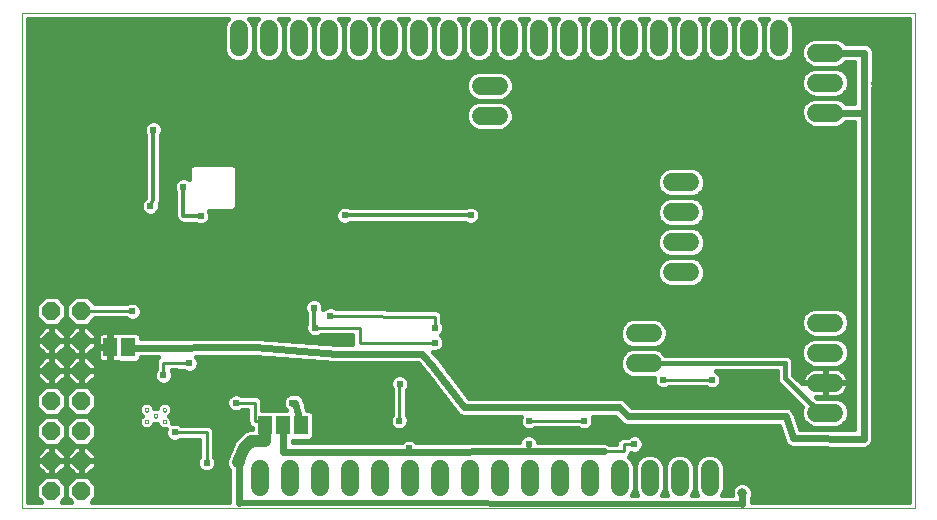
<source format=gbl>
G75*
%MOIN*%
%OFA0B0*%
%FSLAX25Y25*%
%IPPOS*%
%LPD*%
%AMOC8*
5,1,8,0,0,1.08239X$1,22.5*
%
%ADD10C,0.00000*%
%ADD11C,0.06000*%
%ADD12OC8,0.06000*%
%ADD13R,0.04600X0.06300*%
%ADD14C,0.01600*%
%ADD15C,0.02381*%
%ADD16C,0.01000*%
%ADD17C,0.01200*%
%ADD18C,0.02400*%
%ADD19C,0.04000*%
%ADD20C,0.03562*%
%ADD21C,0.03169*%
%ADD22C,0.02000*%
D10*
X0004700Y0004550D02*
X0004700Y0169550D01*
X0302200Y0169550D01*
X0302200Y0004550D01*
X0004700Y0004550D01*
X0045531Y0033206D02*
X0045533Y0033254D01*
X0045539Y0033302D01*
X0045549Y0033349D01*
X0045562Y0033395D01*
X0045580Y0033440D01*
X0045600Y0033484D01*
X0045625Y0033526D01*
X0045653Y0033565D01*
X0045683Y0033602D01*
X0045717Y0033636D01*
X0045754Y0033668D01*
X0045792Y0033697D01*
X0045833Y0033722D01*
X0045876Y0033744D01*
X0045921Y0033762D01*
X0045967Y0033776D01*
X0046014Y0033787D01*
X0046062Y0033794D01*
X0046110Y0033797D01*
X0046158Y0033796D01*
X0046206Y0033791D01*
X0046254Y0033782D01*
X0046300Y0033770D01*
X0046345Y0033753D01*
X0046389Y0033733D01*
X0046431Y0033710D01*
X0046471Y0033683D01*
X0046509Y0033653D01*
X0046544Y0033620D01*
X0046576Y0033584D01*
X0046606Y0033546D01*
X0046632Y0033505D01*
X0046654Y0033462D01*
X0046674Y0033418D01*
X0046689Y0033373D01*
X0046701Y0033326D01*
X0046709Y0033278D01*
X0046713Y0033230D01*
X0046713Y0033182D01*
X0046709Y0033134D01*
X0046701Y0033086D01*
X0046689Y0033039D01*
X0046674Y0032994D01*
X0046654Y0032950D01*
X0046632Y0032907D01*
X0046606Y0032866D01*
X0046576Y0032828D01*
X0046544Y0032792D01*
X0046509Y0032759D01*
X0046471Y0032729D01*
X0046431Y0032702D01*
X0046389Y0032679D01*
X0046345Y0032659D01*
X0046300Y0032642D01*
X0046254Y0032630D01*
X0046206Y0032621D01*
X0046158Y0032616D01*
X0046110Y0032615D01*
X0046062Y0032618D01*
X0046014Y0032625D01*
X0045967Y0032636D01*
X0045921Y0032650D01*
X0045876Y0032668D01*
X0045833Y0032690D01*
X0045792Y0032715D01*
X0045754Y0032744D01*
X0045717Y0032776D01*
X0045683Y0032810D01*
X0045653Y0032847D01*
X0045625Y0032886D01*
X0045600Y0032928D01*
X0045580Y0032972D01*
X0045562Y0033017D01*
X0045549Y0033063D01*
X0045539Y0033110D01*
X0045533Y0033158D01*
X0045531Y0033206D01*
X0045531Y0037144D02*
X0045533Y0037192D01*
X0045539Y0037240D01*
X0045549Y0037287D01*
X0045562Y0037333D01*
X0045580Y0037378D01*
X0045600Y0037422D01*
X0045625Y0037464D01*
X0045653Y0037503D01*
X0045683Y0037540D01*
X0045717Y0037574D01*
X0045754Y0037606D01*
X0045792Y0037635D01*
X0045833Y0037660D01*
X0045876Y0037682D01*
X0045921Y0037700D01*
X0045967Y0037714D01*
X0046014Y0037725D01*
X0046062Y0037732D01*
X0046110Y0037735D01*
X0046158Y0037734D01*
X0046206Y0037729D01*
X0046254Y0037720D01*
X0046300Y0037708D01*
X0046345Y0037691D01*
X0046389Y0037671D01*
X0046431Y0037648D01*
X0046471Y0037621D01*
X0046509Y0037591D01*
X0046544Y0037558D01*
X0046576Y0037522D01*
X0046606Y0037484D01*
X0046632Y0037443D01*
X0046654Y0037400D01*
X0046674Y0037356D01*
X0046689Y0037311D01*
X0046701Y0037264D01*
X0046709Y0037216D01*
X0046713Y0037168D01*
X0046713Y0037120D01*
X0046709Y0037072D01*
X0046701Y0037024D01*
X0046689Y0036977D01*
X0046674Y0036932D01*
X0046654Y0036888D01*
X0046632Y0036845D01*
X0046606Y0036804D01*
X0046576Y0036766D01*
X0046544Y0036730D01*
X0046509Y0036697D01*
X0046471Y0036667D01*
X0046431Y0036640D01*
X0046389Y0036617D01*
X0046345Y0036597D01*
X0046300Y0036580D01*
X0046254Y0036568D01*
X0046206Y0036559D01*
X0046158Y0036554D01*
X0046110Y0036553D01*
X0046062Y0036556D01*
X0046014Y0036563D01*
X0045967Y0036574D01*
X0045921Y0036588D01*
X0045876Y0036606D01*
X0045833Y0036628D01*
X0045792Y0036653D01*
X0045754Y0036682D01*
X0045717Y0036714D01*
X0045683Y0036748D01*
X0045653Y0036785D01*
X0045625Y0036824D01*
X0045600Y0036866D01*
X0045580Y0036910D01*
X0045562Y0036955D01*
X0045549Y0037001D01*
X0045539Y0037048D01*
X0045533Y0037096D01*
X0045531Y0037144D01*
X0048484Y0035175D02*
X0048486Y0035223D01*
X0048492Y0035271D01*
X0048502Y0035318D01*
X0048515Y0035364D01*
X0048533Y0035409D01*
X0048553Y0035453D01*
X0048578Y0035495D01*
X0048606Y0035534D01*
X0048636Y0035571D01*
X0048670Y0035605D01*
X0048707Y0035637D01*
X0048745Y0035666D01*
X0048786Y0035691D01*
X0048829Y0035713D01*
X0048874Y0035731D01*
X0048920Y0035745D01*
X0048967Y0035756D01*
X0049015Y0035763D01*
X0049063Y0035766D01*
X0049111Y0035765D01*
X0049159Y0035760D01*
X0049207Y0035751D01*
X0049253Y0035739D01*
X0049298Y0035722D01*
X0049342Y0035702D01*
X0049384Y0035679D01*
X0049424Y0035652D01*
X0049462Y0035622D01*
X0049497Y0035589D01*
X0049529Y0035553D01*
X0049559Y0035515D01*
X0049585Y0035474D01*
X0049607Y0035431D01*
X0049627Y0035387D01*
X0049642Y0035342D01*
X0049654Y0035295D01*
X0049662Y0035247D01*
X0049666Y0035199D01*
X0049666Y0035151D01*
X0049662Y0035103D01*
X0049654Y0035055D01*
X0049642Y0035008D01*
X0049627Y0034963D01*
X0049607Y0034919D01*
X0049585Y0034876D01*
X0049559Y0034835D01*
X0049529Y0034797D01*
X0049497Y0034761D01*
X0049462Y0034728D01*
X0049424Y0034698D01*
X0049384Y0034671D01*
X0049342Y0034648D01*
X0049298Y0034628D01*
X0049253Y0034611D01*
X0049207Y0034599D01*
X0049159Y0034590D01*
X0049111Y0034585D01*
X0049063Y0034584D01*
X0049015Y0034587D01*
X0048967Y0034594D01*
X0048920Y0034605D01*
X0048874Y0034619D01*
X0048829Y0034637D01*
X0048786Y0034659D01*
X0048745Y0034684D01*
X0048707Y0034713D01*
X0048670Y0034745D01*
X0048636Y0034779D01*
X0048606Y0034816D01*
X0048578Y0034855D01*
X0048553Y0034897D01*
X0048533Y0034941D01*
X0048515Y0034986D01*
X0048502Y0035032D01*
X0048492Y0035079D01*
X0048486Y0035127D01*
X0048484Y0035175D01*
X0051437Y0033206D02*
X0051439Y0033254D01*
X0051445Y0033302D01*
X0051455Y0033349D01*
X0051468Y0033395D01*
X0051486Y0033440D01*
X0051506Y0033484D01*
X0051531Y0033526D01*
X0051559Y0033565D01*
X0051589Y0033602D01*
X0051623Y0033636D01*
X0051660Y0033668D01*
X0051698Y0033697D01*
X0051739Y0033722D01*
X0051782Y0033744D01*
X0051827Y0033762D01*
X0051873Y0033776D01*
X0051920Y0033787D01*
X0051968Y0033794D01*
X0052016Y0033797D01*
X0052064Y0033796D01*
X0052112Y0033791D01*
X0052160Y0033782D01*
X0052206Y0033770D01*
X0052251Y0033753D01*
X0052295Y0033733D01*
X0052337Y0033710D01*
X0052377Y0033683D01*
X0052415Y0033653D01*
X0052450Y0033620D01*
X0052482Y0033584D01*
X0052512Y0033546D01*
X0052538Y0033505D01*
X0052560Y0033462D01*
X0052580Y0033418D01*
X0052595Y0033373D01*
X0052607Y0033326D01*
X0052615Y0033278D01*
X0052619Y0033230D01*
X0052619Y0033182D01*
X0052615Y0033134D01*
X0052607Y0033086D01*
X0052595Y0033039D01*
X0052580Y0032994D01*
X0052560Y0032950D01*
X0052538Y0032907D01*
X0052512Y0032866D01*
X0052482Y0032828D01*
X0052450Y0032792D01*
X0052415Y0032759D01*
X0052377Y0032729D01*
X0052337Y0032702D01*
X0052295Y0032679D01*
X0052251Y0032659D01*
X0052206Y0032642D01*
X0052160Y0032630D01*
X0052112Y0032621D01*
X0052064Y0032616D01*
X0052016Y0032615D01*
X0051968Y0032618D01*
X0051920Y0032625D01*
X0051873Y0032636D01*
X0051827Y0032650D01*
X0051782Y0032668D01*
X0051739Y0032690D01*
X0051698Y0032715D01*
X0051660Y0032744D01*
X0051623Y0032776D01*
X0051589Y0032810D01*
X0051559Y0032847D01*
X0051531Y0032886D01*
X0051506Y0032928D01*
X0051486Y0032972D01*
X0051468Y0033017D01*
X0051455Y0033063D01*
X0051445Y0033110D01*
X0051439Y0033158D01*
X0051437Y0033206D01*
X0051437Y0037144D02*
X0051439Y0037192D01*
X0051445Y0037240D01*
X0051455Y0037287D01*
X0051468Y0037333D01*
X0051486Y0037378D01*
X0051506Y0037422D01*
X0051531Y0037464D01*
X0051559Y0037503D01*
X0051589Y0037540D01*
X0051623Y0037574D01*
X0051660Y0037606D01*
X0051698Y0037635D01*
X0051739Y0037660D01*
X0051782Y0037682D01*
X0051827Y0037700D01*
X0051873Y0037714D01*
X0051920Y0037725D01*
X0051968Y0037732D01*
X0052016Y0037735D01*
X0052064Y0037734D01*
X0052112Y0037729D01*
X0052160Y0037720D01*
X0052206Y0037708D01*
X0052251Y0037691D01*
X0052295Y0037671D01*
X0052337Y0037648D01*
X0052377Y0037621D01*
X0052415Y0037591D01*
X0052450Y0037558D01*
X0052482Y0037522D01*
X0052512Y0037484D01*
X0052538Y0037443D01*
X0052560Y0037400D01*
X0052580Y0037356D01*
X0052595Y0037311D01*
X0052607Y0037264D01*
X0052615Y0037216D01*
X0052619Y0037168D01*
X0052619Y0037120D01*
X0052615Y0037072D01*
X0052607Y0037024D01*
X0052595Y0036977D01*
X0052580Y0036932D01*
X0052560Y0036888D01*
X0052538Y0036845D01*
X0052512Y0036804D01*
X0052482Y0036766D01*
X0052450Y0036730D01*
X0052415Y0036697D01*
X0052377Y0036667D01*
X0052337Y0036640D01*
X0052295Y0036617D01*
X0052251Y0036597D01*
X0052206Y0036580D01*
X0052160Y0036568D01*
X0052112Y0036559D01*
X0052064Y0036554D01*
X0052016Y0036553D01*
X0051968Y0036556D01*
X0051920Y0036563D01*
X0051873Y0036574D01*
X0051827Y0036588D01*
X0051782Y0036606D01*
X0051739Y0036628D01*
X0051698Y0036653D01*
X0051660Y0036682D01*
X0051623Y0036714D01*
X0051589Y0036748D01*
X0051559Y0036785D01*
X0051531Y0036824D01*
X0051506Y0036866D01*
X0051486Y0036910D01*
X0051468Y0036955D01*
X0051455Y0037001D01*
X0051445Y0037048D01*
X0051439Y0037096D01*
X0051437Y0037144D01*
D11*
X0083800Y0017450D02*
X0083800Y0011450D01*
X0093800Y0011450D02*
X0093800Y0017450D01*
X0103800Y0017450D02*
X0103800Y0011450D01*
X0113800Y0011450D02*
X0113800Y0017450D01*
X0123800Y0017450D02*
X0123800Y0011450D01*
X0133800Y0011450D02*
X0133800Y0017450D01*
X0143800Y0017450D02*
X0143800Y0011450D01*
X0153800Y0011450D02*
X0153800Y0017450D01*
X0163800Y0017550D02*
X0163800Y0011550D01*
X0173800Y0011550D02*
X0173800Y0017550D01*
X0183800Y0017550D02*
X0183800Y0011550D01*
X0193800Y0011550D02*
X0193800Y0017550D01*
X0203800Y0017550D02*
X0203800Y0011550D01*
X0213800Y0011550D02*
X0213800Y0017550D01*
X0223800Y0017550D02*
X0223800Y0011550D01*
X0233800Y0011550D02*
X0233800Y0017550D01*
X0269300Y0036250D02*
X0275300Y0036250D01*
X0275300Y0046250D02*
X0269300Y0046250D01*
X0269300Y0056250D02*
X0275300Y0056250D01*
X0275300Y0066250D02*
X0269300Y0066250D01*
X0227300Y0083050D02*
X0221300Y0083050D01*
X0221300Y0093050D02*
X0227300Y0093050D01*
X0227300Y0103050D02*
X0221300Y0103050D01*
X0221300Y0113050D02*
X0227300Y0113050D01*
X0269300Y0136250D02*
X0275300Y0136250D01*
X0275300Y0146250D02*
X0269300Y0146250D01*
X0269300Y0156250D02*
X0275300Y0156250D01*
X0256900Y0158050D02*
X0256900Y0164050D01*
X0246900Y0164050D02*
X0246900Y0158050D01*
X0236900Y0158050D02*
X0236900Y0164050D01*
X0226900Y0164050D02*
X0226900Y0158050D01*
X0216900Y0158050D02*
X0216900Y0164050D01*
X0206900Y0164050D02*
X0206900Y0158050D01*
X0196900Y0158050D02*
X0196900Y0164050D01*
X0186900Y0164050D02*
X0186900Y0158050D01*
X0176900Y0158050D02*
X0176900Y0164050D01*
X0166900Y0164050D02*
X0166900Y0158050D01*
X0156900Y0158050D02*
X0156900Y0164050D01*
X0146800Y0164050D02*
X0146800Y0158050D01*
X0136800Y0158050D02*
X0136800Y0164050D01*
X0126800Y0164050D02*
X0126800Y0158050D01*
X0116800Y0158050D02*
X0116800Y0164050D01*
X0106800Y0164050D02*
X0106800Y0158050D01*
X0096800Y0158050D02*
X0096800Y0164050D01*
X0086800Y0164050D02*
X0086800Y0158050D01*
X0076800Y0158050D02*
X0076800Y0164050D01*
X0157500Y0145250D02*
X0163500Y0145250D01*
X0163500Y0135250D02*
X0157500Y0135250D01*
X0208800Y0062750D02*
X0214800Y0062750D01*
X0214800Y0052750D02*
X0208800Y0052750D01*
D12*
X0024375Y0050175D03*
X0014375Y0050175D03*
X0014375Y0060175D03*
X0024375Y0060175D03*
X0024375Y0070175D03*
X0014375Y0070175D03*
X0014375Y0040175D03*
X0024375Y0040175D03*
X0024375Y0030175D03*
X0014375Y0030175D03*
X0014375Y0020175D03*
X0024375Y0020175D03*
X0024375Y0010175D03*
X0014375Y0010175D03*
D13*
X0085500Y0031950D03*
X0091500Y0031950D03*
X0097500Y0031950D03*
X0039900Y0058050D03*
X0033900Y0058050D03*
D14*
X0033550Y0058202D02*
X0029175Y0058202D01*
X0029175Y0058187D02*
X0029175Y0059975D01*
X0024575Y0059975D01*
X0024575Y0060375D01*
X0024175Y0060375D01*
X0024175Y0064975D01*
X0022387Y0064975D01*
X0019575Y0062163D01*
X0019575Y0060375D01*
X0024175Y0060375D01*
X0024175Y0059975D01*
X0019575Y0059975D01*
X0019575Y0058187D01*
X0022387Y0055375D01*
X0024175Y0055375D01*
X0024175Y0059975D01*
X0024575Y0059975D01*
X0024575Y0055375D01*
X0026363Y0055375D01*
X0029175Y0058187D01*
X0029800Y0058400D02*
X0033550Y0058400D01*
X0033550Y0063000D01*
X0031363Y0063000D01*
X0030905Y0062877D01*
X0030495Y0062640D01*
X0030160Y0062305D01*
X0029923Y0061895D01*
X0029800Y0061437D01*
X0029800Y0058400D01*
X0029800Y0057700D02*
X0029800Y0054663D01*
X0029923Y0054205D01*
X0030160Y0053795D01*
X0030495Y0053460D01*
X0030905Y0053223D01*
X0031363Y0053100D01*
X0033550Y0053100D01*
X0033550Y0057700D01*
X0034250Y0057700D01*
X0034250Y0053100D01*
X0036437Y0053100D01*
X0036543Y0053128D01*
X0036772Y0052900D01*
X0043028Y0052900D01*
X0044200Y0054072D01*
X0044200Y0054669D01*
X0050011Y0054697D01*
X0049953Y0054638D01*
X0049614Y0054315D01*
X0049602Y0054287D01*
X0049581Y0054266D01*
X0049401Y0053833D01*
X0049212Y0053405D01*
X0049212Y0053375D01*
X0049200Y0053347D01*
X0049200Y0052879D01*
X0049189Y0052411D01*
X0049200Y0052383D01*
X0049200Y0050662D01*
X0048995Y0050457D01*
X0048509Y0049285D01*
X0048509Y0048015D01*
X0048995Y0046843D01*
X0049893Y0045945D01*
X0051065Y0045459D01*
X0052335Y0045459D01*
X0053507Y0045945D01*
X0054405Y0046843D01*
X0054891Y0048015D01*
X0054891Y0049285D01*
X0054476Y0050285D01*
X0058241Y0050197D01*
X0058493Y0049945D01*
X0059665Y0049459D01*
X0060935Y0049459D01*
X0062107Y0049945D01*
X0063005Y0050843D01*
X0063491Y0052015D01*
X0063491Y0053285D01*
X0063005Y0054457D01*
X0062705Y0054757D01*
X0082179Y0054849D01*
X0108941Y0052701D01*
X0109063Y0052650D01*
X0109572Y0052650D01*
X0110078Y0052609D01*
X0110204Y0052650D01*
X0136457Y0052650D01*
X0139221Y0049523D01*
X0149100Y0036447D01*
X0149187Y0036237D01*
X0149481Y0035944D01*
X0149731Y0035613D01*
X0149927Y0035498D01*
X0150087Y0035337D01*
X0150471Y0035178D01*
X0150828Y0034968D01*
X0151053Y0034937D01*
X0151263Y0034850D01*
X0151678Y0034850D01*
X0152089Y0034793D01*
X0152309Y0034850D01*
X0170826Y0034850D01*
X0170509Y0034085D01*
X0170509Y0032815D01*
X0170995Y0031643D01*
X0171893Y0030745D01*
X0173065Y0030259D01*
X0174335Y0030259D01*
X0175507Y0030745D01*
X0175712Y0030950D01*
X0189888Y0030950D01*
X0190093Y0030745D01*
X0191265Y0030259D01*
X0192535Y0030259D01*
X0193707Y0030745D01*
X0194605Y0031643D01*
X0195091Y0032815D01*
X0195091Y0034085D01*
X0194774Y0034850D01*
X0202175Y0034850D01*
X0203787Y0033237D01*
X0204687Y0032337D01*
X0205863Y0031850D01*
X0256833Y0031850D01*
X0258495Y0027117D01*
X0258495Y0027041D01*
X0258706Y0026519D01*
X0258892Y0025989D01*
X0258943Y0025932D01*
X0258972Y0025861D01*
X0259366Y0025459D01*
X0259741Y0025041D01*
X0259810Y0025007D01*
X0259864Y0024953D01*
X0260382Y0024733D01*
X0260889Y0024490D01*
X0260966Y0024485D01*
X0261036Y0024456D01*
X0261599Y0024451D01*
X0262160Y0024420D01*
X0262233Y0024445D01*
X0284450Y0024255D01*
X0284463Y0024250D01*
X0285086Y0024250D01*
X0285709Y0024245D01*
X0285722Y0024250D01*
X0285737Y0024250D01*
X0286312Y0024488D01*
X0286889Y0024722D01*
X0286900Y0024732D01*
X0286913Y0024737D01*
X0287353Y0025178D01*
X0287797Y0025614D01*
X0287803Y0025627D01*
X0287813Y0025637D01*
X0288051Y0026213D01*
X0288294Y0026786D01*
X0288295Y0026800D01*
X0288300Y0026813D01*
X0288300Y0027436D01*
X0288305Y0028059D01*
X0288300Y0028072D01*
X0288300Y0136232D01*
X0288493Y0152996D01*
X0288500Y0153013D01*
X0288500Y0153632D01*
X0288507Y0154250D01*
X0288500Y0154267D01*
X0288500Y0156887D01*
X0288013Y0158063D01*
X0287113Y0158963D01*
X0285937Y0159450D01*
X0279171Y0159450D01*
X0278132Y0160489D01*
X0276295Y0161250D01*
X0268305Y0161250D01*
X0266468Y0160489D01*
X0265061Y0159082D01*
X0264300Y0157245D01*
X0264300Y0155255D01*
X0265061Y0153418D01*
X0266468Y0152011D01*
X0268305Y0151250D01*
X0276295Y0151250D01*
X0278132Y0152011D01*
X0279171Y0153050D01*
X0282093Y0153050D01*
X0281937Y0139450D01*
X0279171Y0139450D01*
X0278132Y0140489D01*
X0276295Y0141250D01*
X0268305Y0141250D01*
X0266468Y0140489D01*
X0265061Y0139082D01*
X0264300Y0137245D01*
X0264300Y0135255D01*
X0265061Y0133418D01*
X0266468Y0132011D01*
X0268305Y0131250D01*
X0276295Y0131250D01*
X0278132Y0132011D01*
X0279171Y0133050D01*
X0281900Y0133050D01*
X0281900Y0030677D01*
X0263974Y0030831D01*
X0262300Y0035596D01*
X0262300Y0035687D01*
X0262090Y0036194D01*
X0261908Y0036711D01*
X0261848Y0036779D01*
X0261813Y0036863D01*
X0261425Y0037251D01*
X0261059Y0037659D01*
X0260977Y0037699D01*
X0260913Y0037763D01*
X0260406Y0037973D01*
X0259911Y0038210D01*
X0259820Y0038215D01*
X0259737Y0038250D01*
X0259188Y0038250D01*
X0258640Y0038280D01*
X0258554Y0038250D01*
X0207825Y0038250D01*
X0205313Y0040763D01*
X0204137Y0041250D01*
X0153493Y0041250D01*
X0144561Y0053072D01*
X0144519Y0053192D01*
X0144179Y0053577D01*
X0143869Y0053987D01*
X0143760Y0054051D01*
X0141720Y0056359D01*
X0142835Y0056359D01*
X0144007Y0056845D01*
X0144905Y0057743D01*
X0145391Y0058915D01*
X0145391Y0060185D01*
X0144905Y0061357D01*
X0144212Y0062050D01*
X0144905Y0062743D01*
X0145391Y0063915D01*
X0145391Y0065185D01*
X0144905Y0066357D01*
X0144700Y0066562D01*
X0144700Y0068243D01*
X0144703Y0068733D01*
X0144700Y0068740D01*
X0144700Y0068747D01*
X0144512Y0069200D01*
X0144327Y0069654D01*
X0144322Y0069659D01*
X0144319Y0069666D01*
X0143973Y0070013D01*
X0143628Y0070361D01*
X0143621Y0070364D01*
X0143616Y0070369D01*
X0143163Y0070557D01*
X0142712Y0070747D01*
X0142704Y0070747D01*
X0142697Y0070750D01*
X0142207Y0070750D01*
X0109324Y0070938D01*
X0109107Y0071155D01*
X0107935Y0071641D01*
X0106665Y0071641D01*
X0105493Y0071155D01*
X0105091Y0070753D01*
X0105091Y0071885D01*
X0104605Y0073057D01*
X0103707Y0073955D01*
X0102535Y0074441D01*
X0101265Y0074441D01*
X0100093Y0073955D01*
X0099195Y0073057D01*
X0098709Y0071885D01*
X0098709Y0070615D01*
X0099195Y0069443D01*
X0099300Y0069338D01*
X0099300Y0065886D01*
X0099009Y0065185D01*
X0099009Y0063915D01*
X0099495Y0062743D01*
X0100393Y0061845D01*
X0101565Y0061359D01*
X0102835Y0061359D01*
X0104007Y0061845D01*
X0104212Y0062050D01*
X0114700Y0062050D01*
X0114700Y0059053D01*
X0114701Y0059050D01*
X0109828Y0059050D01*
X0083051Y0061200D01*
X0082921Y0061253D01*
X0082421Y0061251D01*
X0081922Y0061291D01*
X0081788Y0061248D01*
X0044200Y0061069D01*
X0044200Y0062028D01*
X0043028Y0063200D01*
X0036772Y0063200D01*
X0036543Y0062972D01*
X0036437Y0063000D01*
X0034250Y0063000D01*
X0034250Y0058400D01*
X0033550Y0058400D01*
X0033550Y0057700D01*
X0029800Y0057700D01*
X0029800Y0056604D02*
X0027592Y0056604D01*
X0026363Y0054975D02*
X0024575Y0054975D01*
X0024575Y0050375D01*
X0024175Y0050375D01*
X0024175Y0054975D01*
X0022387Y0054975D01*
X0019575Y0052163D01*
X0019575Y0050375D01*
X0024175Y0050375D01*
X0024175Y0049975D01*
X0019575Y0049975D01*
X0019575Y0048187D01*
X0022387Y0045375D01*
X0024175Y0045375D01*
X0024175Y0049975D01*
X0024575Y0049975D01*
X0024575Y0050375D01*
X0029175Y0050375D01*
X0029175Y0052163D01*
X0026363Y0054975D01*
X0027931Y0053407D02*
X0030586Y0053407D01*
X0029800Y0055005D02*
X0006700Y0055005D01*
X0006700Y0053407D02*
X0010819Y0053407D01*
X0009575Y0052163D02*
X0009575Y0050375D01*
X0014175Y0050375D01*
X0014175Y0054975D01*
X0012387Y0054975D01*
X0009575Y0052163D01*
X0009575Y0051808D02*
X0006700Y0051808D01*
X0006700Y0050210D02*
X0014175Y0050210D01*
X0014175Y0050375D02*
X0014175Y0049975D01*
X0009575Y0049975D01*
X0009575Y0048187D01*
X0012387Y0045375D01*
X0014175Y0045375D01*
X0014175Y0049975D01*
X0014575Y0049975D01*
X0014575Y0050375D01*
X0014175Y0050375D01*
X0014575Y0050375D02*
X0014575Y0054975D01*
X0016363Y0054975D01*
X0019175Y0052163D01*
X0019175Y0050375D01*
X0014575Y0050375D01*
X0014575Y0050210D02*
X0024175Y0050210D01*
X0024575Y0050210D02*
X0048893Y0050210D01*
X0049200Y0051808D02*
X0029175Y0051808D01*
X0029175Y0049975D02*
X0024575Y0049975D01*
X0024575Y0045375D01*
X0026363Y0045375D01*
X0029175Y0048187D01*
X0029175Y0049975D01*
X0029175Y0048611D02*
X0048509Y0048611D01*
X0048925Y0047013D02*
X0028001Y0047013D01*
X0026402Y0045414D02*
X0127309Y0045414D01*
X0127309Y0045215D02*
X0127795Y0044043D01*
X0127800Y0044038D01*
X0127800Y0035462D01*
X0127595Y0035257D01*
X0127109Y0034085D01*
X0127109Y0032815D01*
X0127595Y0031643D01*
X0128493Y0030745D01*
X0129665Y0030259D01*
X0130935Y0030259D01*
X0132107Y0030745D01*
X0133005Y0031643D01*
X0133491Y0032815D01*
X0133491Y0034085D01*
X0133005Y0035257D01*
X0132800Y0035462D01*
X0132800Y0043638D01*
X0133205Y0044043D01*
X0133691Y0045215D01*
X0133691Y0046485D01*
X0133205Y0047657D01*
X0132307Y0048555D01*
X0131135Y0049041D01*
X0129865Y0049041D01*
X0128693Y0048555D01*
X0127795Y0047657D01*
X0127309Y0046485D01*
X0127309Y0045215D01*
X0127800Y0043816D02*
X0027805Y0043816D01*
X0026446Y0045175D02*
X0022304Y0045175D01*
X0019375Y0042246D01*
X0019375Y0038104D01*
X0022304Y0035175D01*
X0019375Y0032246D01*
X0019375Y0028104D01*
X0022304Y0025175D01*
X0026446Y0025175D01*
X0029375Y0028104D01*
X0029375Y0032246D01*
X0026446Y0035175D01*
X0022304Y0035175D01*
X0026446Y0035175D01*
X0029375Y0038104D01*
X0029375Y0042246D01*
X0026446Y0045175D01*
X0024575Y0045414D02*
X0024175Y0045414D01*
X0024175Y0047013D02*
X0024575Y0047013D01*
X0024575Y0048611D02*
X0024175Y0048611D01*
X0020749Y0047013D02*
X0018001Y0047013D01*
X0019175Y0048187D02*
X0016363Y0045375D01*
X0014575Y0045375D01*
X0014575Y0049975D01*
X0019175Y0049975D01*
X0019175Y0048187D01*
X0019175Y0048611D02*
X0019575Y0048611D01*
X0019575Y0051808D02*
X0019175Y0051808D01*
X0017931Y0053407D02*
X0020819Y0053407D01*
X0024175Y0053407D02*
X0024575Y0053407D01*
X0024575Y0051808D02*
X0024175Y0051808D01*
X0024175Y0056604D02*
X0024575Y0056604D01*
X0024575Y0058202D02*
X0024175Y0058202D01*
X0024175Y0059801D02*
X0024575Y0059801D01*
X0024575Y0060375D02*
X0029175Y0060375D01*
X0029175Y0062163D01*
X0026363Y0064975D01*
X0024575Y0064975D01*
X0024575Y0060375D01*
X0024575Y0061399D02*
X0024175Y0061399D01*
X0024175Y0062998D02*
X0024575Y0062998D01*
X0024575Y0064596D02*
X0024175Y0064596D01*
X0022304Y0065175D02*
X0026446Y0065175D01*
X0028946Y0067675D01*
X0039163Y0067675D01*
X0039493Y0067345D01*
X0040665Y0066859D01*
X0041935Y0066859D01*
X0043107Y0067345D01*
X0044005Y0068243D01*
X0044491Y0069415D01*
X0044491Y0070685D01*
X0044005Y0071857D01*
X0043107Y0072755D01*
X0041935Y0073241D01*
X0040665Y0073241D01*
X0039493Y0072755D01*
X0039419Y0072681D01*
X0039095Y0072703D01*
X0039014Y0072675D01*
X0028946Y0072675D01*
X0026446Y0075175D01*
X0022304Y0075175D01*
X0019375Y0072246D01*
X0019375Y0068104D01*
X0022304Y0065175D01*
X0022008Y0064596D02*
X0016742Y0064596D01*
X0016363Y0064975D02*
X0014575Y0064975D01*
X0014575Y0060375D01*
X0014175Y0060375D01*
X0014175Y0064975D01*
X0012387Y0064975D01*
X0009575Y0062163D01*
X0009575Y0060375D01*
X0014175Y0060375D01*
X0014175Y0059975D01*
X0009575Y0059975D01*
X0009575Y0058187D01*
X0012387Y0055375D01*
X0014175Y0055375D01*
X0014175Y0059975D01*
X0014575Y0059975D01*
X0014575Y0060375D01*
X0019175Y0060375D01*
X0019175Y0062163D01*
X0016363Y0064975D01*
X0016446Y0065175D02*
X0019375Y0068104D01*
X0019375Y0072246D01*
X0016446Y0075175D01*
X0012304Y0075175D01*
X0009375Y0072246D01*
X0009375Y0068104D01*
X0012304Y0065175D01*
X0016446Y0065175D01*
X0017466Y0066195D02*
X0021284Y0066195D01*
X0019686Y0067793D02*
X0019064Y0067793D01*
X0019375Y0069392D02*
X0019375Y0069392D01*
X0019375Y0070990D02*
X0019375Y0070990D01*
X0019032Y0072589D02*
X0019718Y0072589D01*
X0021316Y0074187D02*
X0017434Y0074187D01*
X0011316Y0074187D02*
X0006700Y0074187D01*
X0006700Y0072589D02*
X0009718Y0072589D01*
X0009375Y0070990D02*
X0006700Y0070990D01*
X0006700Y0069392D02*
X0009375Y0069392D01*
X0009686Y0067793D02*
X0006700Y0067793D01*
X0006700Y0066195D02*
X0011284Y0066195D01*
X0012008Y0064596D02*
X0006700Y0064596D01*
X0006700Y0062998D02*
X0010410Y0062998D01*
X0009575Y0061399D02*
X0006700Y0061399D01*
X0006700Y0059801D02*
X0009575Y0059801D01*
X0009575Y0058202D02*
X0006700Y0058202D01*
X0006700Y0056604D02*
X0011158Y0056604D01*
X0014175Y0056604D02*
X0014575Y0056604D01*
X0014575Y0055375D02*
X0016363Y0055375D01*
X0019175Y0058187D01*
X0019175Y0059975D01*
X0014575Y0059975D01*
X0014575Y0055375D01*
X0014575Y0058202D02*
X0014175Y0058202D01*
X0014175Y0059801D02*
X0014575Y0059801D01*
X0014575Y0061399D02*
X0014175Y0061399D01*
X0014175Y0062998D02*
X0014575Y0062998D01*
X0014575Y0064596D02*
X0014175Y0064596D01*
X0018340Y0062998D02*
X0020410Y0062998D01*
X0019575Y0061399D02*
X0019175Y0061399D01*
X0019175Y0059801D02*
X0019575Y0059801D01*
X0019575Y0058202D02*
X0019175Y0058202D01*
X0017592Y0056604D02*
X0021158Y0056604D01*
X0014575Y0053407D02*
X0014175Y0053407D01*
X0014175Y0051808D02*
X0014575Y0051808D01*
X0014575Y0048611D02*
X0014175Y0048611D01*
X0014175Y0047013D02*
X0014575Y0047013D01*
X0014575Y0045414D02*
X0014175Y0045414D01*
X0012348Y0045414D02*
X0006700Y0045414D01*
X0006700Y0043816D02*
X0010945Y0043816D01*
X0012304Y0045175D02*
X0009375Y0042246D01*
X0009375Y0038104D01*
X0012304Y0035175D01*
X0009375Y0032246D01*
X0009375Y0028104D01*
X0012304Y0025175D01*
X0016446Y0025175D01*
X0019375Y0028104D01*
X0019375Y0032246D01*
X0016446Y0035175D01*
X0012304Y0035175D01*
X0016446Y0035175D01*
X0019375Y0038104D01*
X0019375Y0042246D01*
X0016446Y0045175D01*
X0012304Y0045175D01*
X0010749Y0047013D02*
X0006700Y0047013D01*
X0006700Y0048611D02*
X0009575Y0048611D01*
X0016402Y0045414D02*
X0022348Y0045414D01*
X0020945Y0043816D02*
X0017805Y0043816D01*
X0019375Y0042217D02*
X0019375Y0042217D01*
X0019375Y0040619D02*
X0019375Y0040619D01*
X0019375Y0039020D02*
X0019375Y0039020D01*
X0018693Y0037422D02*
X0020057Y0037422D01*
X0021656Y0035823D02*
X0017094Y0035823D01*
X0017396Y0034225D02*
X0021354Y0034225D01*
X0019755Y0032626D02*
X0018995Y0032626D01*
X0019375Y0031028D02*
X0019375Y0031028D01*
X0019375Y0029429D02*
X0019375Y0029429D01*
X0019102Y0027831D02*
X0019648Y0027831D01*
X0021247Y0026232D02*
X0017503Y0026232D01*
X0016363Y0024975D02*
X0014575Y0024975D01*
X0014575Y0020375D01*
X0014175Y0020375D01*
X0014175Y0024975D01*
X0012387Y0024975D01*
X0009575Y0022163D01*
X0009575Y0020375D01*
X0014175Y0020375D01*
X0014175Y0019975D01*
X0009575Y0019975D01*
X0009575Y0018187D01*
X0012387Y0015375D01*
X0014175Y0015375D01*
X0014175Y0019975D01*
X0014575Y0019975D01*
X0014575Y0020375D01*
X0019175Y0020375D01*
X0019175Y0022163D01*
X0016363Y0024975D01*
X0016705Y0024634D02*
X0022045Y0024634D01*
X0022387Y0024975D02*
X0019575Y0022163D01*
X0019575Y0020375D01*
X0024175Y0020375D01*
X0024175Y0024975D01*
X0022387Y0024975D01*
X0024175Y0024634D02*
X0024575Y0024634D01*
X0024575Y0024975D02*
X0024575Y0020375D01*
X0024175Y0020375D01*
X0024175Y0019975D01*
X0019575Y0019975D01*
X0019575Y0018187D01*
X0022387Y0015375D01*
X0024175Y0015375D01*
X0024175Y0019975D01*
X0024575Y0019975D01*
X0024575Y0020375D01*
X0029175Y0020375D01*
X0029175Y0022163D01*
X0026363Y0024975D01*
X0024575Y0024975D01*
X0024575Y0023035D02*
X0024175Y0023035D01*
X0024175Y0021437D02*
X0024575Y0021437D01*
X0024575Y0019975D02*
X0029175Y0019975D01*
X0029175Y0018187D01*
X0026363Y0015375D01*
X0024575Y0015375D01*
X0024575Y0019975D01*
X0024575Y0019838D02*
X0024175Y0019838D01*
X0024175Y0018240D02*
X0024575Y0018240D01*
X0024575Y0016641D02*
X0024175Y0016641D01*
X0022304Y0015175D02*
X0019375Y0012246D01*
X0016446Y0015175D01*
X0012304Y0015175D01*
X0009375Y0012246D01*
X0009375Y0008104D01*
X0010929Y0006550D01*
X0006700Y0006550D01*
X0006700Y0167550D01*
X0073229Y0167550D01*
X0072561Y0166882D01*
X0071800Y0165045D01*
X0071800Y0157055D01*
X0072561Y0155218D01*
X0073968Y0153811D01*
X0075805Y0153050D01*
X0077795Y0153050D01*
X0079632Y0153811D01*
X0081039Y0155218D01*
X0081800Y0157055D01*
X0082561Y0155218D01*
X0083968Y0153811D01*
X0085805Y0153050D01*
X0087795Y0153050D01*
X0089632Y0153811D01*
X0091039Y0155218D01*
X0091800Y0157055D01*
X0092561Y0155218D01*
X0093968Y0153811D01*
X0095805Y0153050D01*
X0097795Y0153050D01*
X0099632Y0153811D01*
X0101039Y0155218D01*
X0101800Y0157055D01*
X0102561Y0155218D01*
X0103968Y0153811D01*
X0105805Y0153050D01*
X0107795Y0153050D01*
X0109632Y0153811D01*
X0111039Y0155218D01*
X0111800Y0157055D01*
X0112561Y0155218D01*
X0113968Y0153811D01*
X0115805Y0153050D01*
X0117795Y0153050D01*
X0119632Y0153811D01*
X0121039Y0155218D01*
X0121800Y0157055D01*
X0122561Y0155218D01*
X0123968Y0153811D01*
X0125805Y0153050D01*
X0127795Y0153050D01*
X0129632Y0153811D01*
X0131039Y0155218D01*
X0131800Y0157055D01*
X0132561Y0155218D01*
X0133968Y0153811D01*
X0135805Y0153050D01*
X0137795Y0153050D01*
X0139632Y0153811D01*
X0141039Y0155218D01*
X0141800Y0157055D01*
X0142561Y0155218D01*
X0143968Y0153811D01*
X0145805Y0153050D01*
X0147795Y0153050D01*
X0149632Y0153811D01*
X0151039Y0155218D01*
X0151800Y0157055D01*
X0151800Y0165045D01*
X0151039Y0166882D01*
X0150371Y0167550D01*
X0153329Y0167550D01*
X0152661Y0166882D01*
X0151900Y0165045D01*
X0151900Y0157055D01*
X0152661Y0155218D01*
X0154068Y0153811D01*
X0155905Y0153050D01*
X0157895Y0153050D01*
X0159732Y0153811D01*
X0161139Y0155218D01*
X0161900Y0157055D01*
X0162661Y0155218D01*
X0164068Y0153811D01*
X0165905Y0153050D01*
X0167895Y0153050D01*
X0169732Y0153811D01*
X0171139Y0155218D01*
X0171900Y0157055D01*
X0172661Y0155218D01*
X0174068Y0153811D01*
X0175905Y0153050D01*
X0177895Y0153050D01*
X0179732Y0153811D01*
X0181139Y0155218D01*
X0181900Y0157055D01*
X0182661Y0155218D01*
X0184068Y0153811D01*
X0185905Y0153050D01*
X0187895Y0153050D01*
X0189732Y0153811D01*
X0191139Y0155218D01*
X0191900Y0157055D01*
X0192661Y0155218D01*
X0194068Y0153811D01*
X0195905Y0153050D01*
X0197895Y0153050D01*
X0199732Y0153811D01*
X0201139Y0155218D01*
X0201900Y0157055D01*
X0202661Y0155218D01*
X0204068Y0153811D01*
X0205905Y0153050D01*
X0207895Y0153050D01*
X0209732Y0153811D01*
X0211139Y0155218D01*
X0211900Y0157055D01*
X0212661Y0155218D01*
X0214068Y0153811D01*
X0215905Y0153050D01*
X0217895Y0153050D01*
X0219732Y0153811D01*
X0221139Y0155218D01*
X0221900Y0157055D01*
X0222661Y0155218D01*
X0224068Y0153811D01*
X0225905Y0153050D01*
X0227895Y0153050D01*
X0229732Y0153811D01*
X0231139Y0155218D01*
X0231900Y0157055D01*
X0232661Y0155218D01*
X0234068Y0153811D01*
X0235905Y0153050D01*
X0237895Y0153050D01*
X0239732Y0153811D01*
X0241139Y0155218D01*
X0241900Y0157055D01*
X0242661Y0155218D01*
X0244068Y0153811D01*
X0245905Y0153050D01*
X0247895Y0153050D01*
X0249732Y0153811D01*
X0251139Y0155218D01*
X0251900Y0157055D01*
X0252661Y0155218D01*
X0254068Y0153811D01*
X0255905Y0153050D01*
X0257895Y0153050D01*
X0259732Y0153811D01*
X0261139Y0155218D01*
X0261900Y0157055D01*
X0261900Y0165045D01*
X0261139Y0166882D01*
X0260471Y0167550D01*
X0300200Y0167550D01*
X0300200Y0006550D01*
X0247900Y0006550D01*
X0247900Y0007909D01*
X0248284Y0008837D01*
X0248284Y0010263D01*
X0247739Y0011580D01*
X0246730Y0012589D01*
X0245413Y0013134D01*
X0243987Y0013134D01*
X0242670Y0012589D01*
X0241661Y0011580D01*
X0241116Y0010263D01*
X0241116Y0008837D01*
X0241129Y0008804D01*
X0238076Y0008808D01*
X0238800Y0010555D01*
X0238800Y0018545D01*
X0238039Y0020382D01*
X0236632Y0021789D01*
X0234795Y0022550D01*
X0232805Y0022550D01*
X0230968Y0021789D01*
X0229561Y0020382D01*
X0228800Y0018545D01*
X0228039Y0020382D01*
X0226632Y0021789D01*
X0224795Y0022550D01*
X0222805Y0022550D01*
X0220968Y0021789D01*
X0219561Y0020382D01*
X0218800Y0018545D01*
X0218039Y0020382D01*
X0216632Y0021789D01*
X0214795Y0022550D01*
X0212805Y0022550D01*
X0210968Y0021789D01*
X0209561Y0020382D01*
X0208800Y0018545D01*
X0208039Y0020382D01*
X0206903Y0021518D01*
X0207319Y0021934D01*
X0207650Y0022732D01*
X0208065Y0022559D01*
X0209335Y0022559D01*
X0210507Y0023045D01*
X0211405Y0023943D01*
X0211891Y0025115D01*
X0211891Y0026385D01*
X0211405Y0027557D01*
X0210507Y0028455D01*
X0209335Y0028941D01*
X0208065Y0028941D01*
X0206893Y0028455D01*
X0206688Y0028250D01*
X0204703Y0028250D01*
X0203784Y0027869D01*
X0203081Y0027166D01*
X0202700Y0026247D01*
X0202700Y0025850D01*
X0200425Y0025850D01*
X0200263Y0026013D01*
X0199087Y0026500D01*
X0176613Y0026500D01*
X0176155Y0027607D01*
X0175257Y0028505D01*
X0174085Y0028991D01*
X0172815Y0028991D01*
X0171643Y0028505D01*
X0170745Y0027607D01*
X0170283Y0026492D01*
X0136008Y0026404D01*
X0135407Y0027005D01*
X0134235Y0027491D01*
X0132965Y0027491D01*
X0131793Y0027005D01*
X0131188Y0026400D01*
X0095018Y0026400D01*
X0094853Y0026800D01*
X0100628Y0026800D01*
X0101800Y0027972D01*
X0101800Y0035928D01*
X0100628Y0037100D01*
X0099569Y0037100D01*
X0098900Y0039924D01*
X0098900Y0040187D01*
X0098755Y0040537D01*
X0098667Y0040907D01*
X0098513Y0041120D01*
X0098413Y0041363D01*
X0098144Y0041631D01*
X0097922Y0041939D01*
X0097698Y0042077D01*
X0097513Y0042263D01*
X0097162Y0042408D01*
X0096839Y0042608D01*
X0096579Y0042649D01*
X0096337Y0042750D01*
X0095957Y0042750D01*
X0095582Y0042811D01*
X0095326Y0042750D01*
X0094063Y0042750D01*
X0092887Y0042263D01*
X0091987Y0041363D01*
X0091500Y0040187D01*
X0091500Y0038913D01*
X0091987Y0037737D01*
X0092625Y0037100D01*
X0084700Y0037100D01*
X0084700Y0040047D01*
X0084319Y0040966D01*
X0083616Y0041669D01*
X0082697Y0042050D01*
X0077962Y0042050D01*
X0077757Y0042255D01*
X0076585Y0042741D01*
X0075315Y0042741D01*
X0074143Y0042255D01*
X0073245Y0041357D01*
X0072759Y0040185D01*
X0072759Y0038915D01*
X0073245Y0037743D01*
X0074143Y0036845D01*
X0075315Y0036359D01*
X0076585Y0036359D01*
X0077757Y0036845D01*
X0077962Y0037050D01*
X0079700Y0037050D01*
X0079700Y0032803D01*
X0080081Y0031884D01*
X0080784Y0031181D01*
X0081200Y0031008D01*
X0081200Y0030827D01*
X0081168Y0030827D01*
X0080375Y0030846D01*
X0080373Y0030845D01*
X0080370Y0030845D01*
X0079631Y0030559D01*
X0078891Y0030273D01*
X0078889Y0030271D01*
X0078886Y0030270D01*
X0078316Y0029725D01*
X0076226Y0027732D01*
X0076143Y0027696D01*
X0075652Y0027185D01*
X0075139Y0026696D01*
X0075103Y0026614D01*
X0075040Y0026549D01*
X0074782Y0025889D01*
X0074495Y0025241D01*
X0074493Y0025151D01*
X0072964Y0021245D01*
X0072675Y0020546D01*
X0072675Y0020505D01*
X0072660Y0020467D01*
X0072675Y0019711D01*
X0072675Y0018954D01*
X0072691Y0018917D01*
X0072691Y0018876D01*
X0072995Y0018183D01*
X0073284Y0017484D01*
X0073313Y0017455D01*
X0073329Y0017418D01*
X0073600Y0017158D01*
X0073600Y0006550D01*
X0027821Y0006550D01*
X0029375Y0008104D01*
X0029375Y0012246D01*
X0026446Y0015175D01*
X0022304Y0015175D01*
X0022172Y0015043D02*
X0016578Y0015043D01*
X0016363Y0015375D02*
X0019175Y0018187D01*
X0019175Y0019975D01*
X0014575Y0019975D01*
X0014575Y0015375D01*
X0016363Y0015375D01*
X0017629Y0016641D02*
X0021121Y0016641D01*
X0019575Y0018240D02*
X0019175Y0018240D01*
X0019175Y0019838D02*
X0019575Y0019838D01*
X0019575Y0021437D02*
X0019175Y0021437D01*
X0018303Y0023035D02*
X0020447Y0023035D01*
X0014575Y0023035D02*
X0014175Y0023035D01*
X0014175Y0021437D02*
X0014575Y0021437D01*
X0014575Y0019838D02*
X0014175Y0019838D01*
X0014175Y0018240D02*
X0014575Y0018240D01*
X0014575Y0016641D02*
X0014175Y0016641D01*
X0012172Y0015043D02*
X0006700Y0015043D01*
X0006700Y0016641D02*
X0011121Y0016641D01*
X0009575Y0018240D02*
X0006700Y0018240D01*
X0006700Y0019838D02*
X0009575Y0019838D01*
X0009575Y0021437D02*
X0006700Y0021437D01*
X0006700Y0023035D02*
X0010447Y0023035D01*
X0012045Y0024634D02*
X0006700Y0024634D01*
X0006700Y0026232D02*
X0011247Y0026232D01*
X0009648Y0027831D02*
X0006700Y0027831D01*
X0006700Y0029429D02*
X0009375Y0029429D01*
X0009375Y0031028D02*
X0006700Y0031028D01*
X0006700Y0032626D02*
X0009755Y0032626D01*
X0011354Y0034225D02*
X0006700Y0034225D01*
X0006700Y0035823D02*
X0011656Y0035823D01*
X0010057Y0037422D02*
X0006700Y0037422D01*
X0006700Y0039020D02*
X0009375Y0039020D01*
X0009375Y0040619D02*
X0006700Y0040619D01*
X0006700Y0042217D02*
X0009375Y0042217D01*
X0027094Y0035823D02*
X0043865Y0035823D01*
X0043926Y0035676D02*
X0043532Y0036628D01*
X0043532Y0037659D01*
X0043926Y0038611D01*
X0044655Y0039340D01*
X0045607Y0039734D01*
X0046638Y0039734D01*
X0047590Y0039340D01*
X0048318Y0038611D01*
X0048669Y0037766D01*
X0049481Y0037766D01*
X0049832Y0038611D01*
X0050560Y0039340D01*
X0051512Y0039734D01*
X0052543Y0039734D01*
X0053495Y0039340D01*
X0054224Y0038611D01*
X0054618Y0037659D01*
X0054618Y0036628D01*
X0054224Y0035676D01*
X0053723Y0035175D01*
X0054224Y0034674D01*
X0054618Y0033722D01*
X0054618Y0032738D01*
X0054865Y0032841D01*
X0056135Y0032841D01*
X0057307Y0032355D01*
X0057512Y0032150D01*
X0066597Y0032150D01*
X0067516Y0031769D01*
X0068219Y0031066D01*
X0068600Y0030147D01*
X0068600Y0021462D01*
X0068805Y0021257D01*
X0069291Y0020085D01*
X0069291Y0018815D01*
X0068805Y0017643D01*
X0067907Y0016745D01*
X0066735Y0016259D01*
X0065465Y0016259D01*
X0064293Y0016745D01*
X0063395Y0017643D01*
X0062909Y0018815D01*
X0062909Y0020085D01*
X0063395Y0021257D01*
X0063600Y0021462D01*
X0063600Y0027150D01*
X0057512Y0027150D01*
X0057307Y0026945D01*
X0056135Y0026459D01*
X0054865Y0026459D01*
X0053693Y0026945D01*
X0052795Y0027843D01*
X0052309Y0029015D01*
X0052309Y0030285D01*
X0052447Y0030616D01*
X0051512Y0030616D01*
X0050560Y0031010D01*
X0049832Y0031739D01*
X0049481Y0032584D01*
X0048669Y0032584D01*
X0048318Y0031739D01*
X0047590Y0031010D01*
X0046638Y0030616D01*
X0045607Y0030616D01*
X0044655Y0031010D01*
X0043926Y0031739D01*
X0043532Y0032691D01*
X0043532Y0033722D01*
X0043926Y0034674D01*
X0044427Y0035175D01*
X0043926Y0035676D01*
X0043740Y0034225D02*
X0027396Y0034225D01*
X0028995Y0032626D02*
X0043559Y0032626D01*
X0044637Y0031028D02*
X0029375Y0031028D01*
X0029375Y0029429D02*
X0052309Y0029429D01*
X0052807Y0027831D02*
X0029102Y0027831D01*
X0027503Y0026232D02*
X0063600Y0026232D01*
X0063600Y0024634D02*
X0026705Y0024634D01*
X0028303Y0023035D02*
X0063600Y0023035D01*
X0063574Y0021437D02*
X0029175Y0021437D01*
X0029175Y0019838D02*
X0062909Y0019838D01*
X0063148Y0018240D02*
X0029175Y0018240D01*
X0027629Y0016641D02*
X0064544Y0016641D01*
X0067656Y0016641D02*
X0073600Y0016641D01*
X0073600Y0015043D02*
X0026578Y0015043D01*
X0028177Y0013444D02*
X0073600Y0013444D01*
X0073600Y0011846D02*
X0029375Y0011846D01*
X0029375Y0010247D02*
X0073600Y0010247D01*
X0073600Y0008649D02*
X0029375Y0008649D01*
X0028321Y0007050D02*
X0073600Y0007050D01*
X0072970Y0018240D02*
X0069052Y0018240D01*
X0069291Y0019838D02*
X0072672Y0019838D01*
X0073040Y0021437D02*
X0068626Y0021437D01*
X0068600Y0023035D02*
X0073665Y0023035D01*
X0074291Y0024634D02*
X0068600Y0024634D01*
X0068600Y0026232D02*
X0074916Y0026232D01*
X0076329Y0027831D02*
X0068600Y0027831D01*
X0068600Y0029429D02*
X0078006Y0029429D01*
X0081153Y0031028D02*
X0068235Y0031028D01*
X0073566Y0037422D02*
X0054618Y0037422D01*
X0054285Y0035823D02*
X0079700Y0035823D01*
X0079700Y0034225D02*
X0054410Y0034225D01*
X0056652Y0032626D02*
X0079773Y0032626D01*
X0084700Y0037422D02*
X0092303Y0037422D01*
X0091500Y0039020D02*
X0084700Y0039020D01*
X0084463Y0040619D02*
X0091679Y0040619D01*
X0092842Y0042217D02*
X0077795Y0042217D01*
X0074105Y0042217D02*
X0029375Y0042217D01*
X0029375Y0040619D02*
X0072939Y0040619D01*
X0072759Y0039020D02*
X0053815Y0039020D01*
X0050241Y0039020D02*
X0047909Y0039020D01*
X0044335Y0039020D02*
X0029375Y0039020D01*
X0028693Y0037422D02*
X0043532Y0037422D01*
X0047607Y0031028D02*
X0050543Y0031028D01*
X0054475Y0047013D02*
X0127528Y0047013D01*
X0128829Y0048611D02*
X0054891Y0048611D01*
X0054507Y0050210D02*
X0057699Y0050210D01*
X0062372Y0050210D02*
X0138614Y0050210D01*
X0139910Y0048611D02*
X0132171Y0048611D01*
X0133472Y0047013D02*
X0141117Y0047013D01*
X0142325Y0045414D02*
X0133691Y0045414D01*
X0132978Y0043816D02*
X0143533Y0043816D01*
X0144741Y0042217D02*
X0132800Y0042217D01*
X0132800Y0040619D02*
X0145948Y0040619D01*
X0147156Y0039020D02*
X0132800Y0039020D01*
X0132800Y0037422D02*
X0148364Y0037422D01*
X0149572Y0035823D02*
X0132800Y0035823D01*
X0133433Y0034225D02*
X0170567Y0034225D01*
X0170588Y0032626D02*
X0133412Y0032626D01*
X0132390Y0031028D02*
X0171610Y0031028D01*
X0170969Y0027831D02*
X0101659Y0027831D01*
X0101800Y0029429D02*
X0257683Y0029429D01*
X0258245Y0027831D02*
X0211131Y0027831D01*
X0211891Y0026232D02*
X0258806Y0026232D01*
X0260589Y0024634D02*
X0211691Y0024634D01*
X0210483Y0023035D02*
X0300200Y0023035D01*
X0300200Y0021437D02*
X0236984Y0021437D01*
X0238264Y0019838D02*
X0300200Y0019838D01*
X0300200Y0018240D02*
X0238800Y0018240D01*
X0238800Y0016641D02*
X0300200Y0016641D01*
X0300200Y0015043D02*
X0238800Y0015043D01*
X0238800Y0013444D02*
X0300200Y0013444D01*
X0300200Y0011846D02*
X0247473Y0011846D01*
X0248284Y0010247D02*
X0300200Y0010247D01*
X0300200Y0008649D02*
X0248206Y0008649D01*
X0247900Y0007050D02*
X0300200Y0007050D01*
X0300200Y0024634D02*
X0286671Y0024634D01*
X0288059Y0026232D02*
X0300200Y0026232D01*
X0300200Y0027831D02*
X0288303Y0027831D01*
X0288300Y0029429D02*
X0300200Y0029429D01*
X0300200Y0031028D02*
X0288300Y0031028D01*
X0288300Y0032626D02*
X0300200Y0032626D01*
X0300200Y0034225D02*
X0288300Y0034225D01*
X0288300Y0035823D02*
X0300200Y0035823D01*
X0300200Y0037422D02*
X0288300Y0037422D01*
X0288300Y0039020D02*
X0300200Y0039020D01*
X0300200Y0040619D02*
X0288300Y0040619D01*
X0288300Y0042217D02*
X0300200Y0042217D01*
X0300200Y0043816D02*
X0288300Y0043816D01*
X0288300Y0045414D02*
X0300200Y0045414D01*
X0300200Y0047013D02*
X0288300Y0047013D01*
X0288300Y0048611D02*
X0300200Y0048611D01*
X0300200Y0050210D02*
X0288300Y0050210D01*
X0288300Y0051808D02*
X0300200Y0051808D01*
X0300200Y0053407D02*
X0288300Y0053407D01*
X0288300Y0055005D02*
X0300200Y0055005D01*
X0300200Y0056604D02*
X0288300Y0056604D01*
X0288300Y0058202D02*
X0300200Y0058202D01*
X0300200Y0059801D02*
X0288300Y0059801D01*
X0288300Y0061399D02*
X0300200Y0061399D01*
X0300200Y0062998D02*
X0288300Y0062998D01*
X0288300Y0064596D02*
X0300200Y0064596D01*
X0300200Y0066195D02*
X0288300Y0066195D01*
X0288300Y0067793D02*
X0300200Y0067793D01*
X0300200Y0069392D02*
X0288300Y0069392D01*
X0288300Y0070990D02*
X0300200Y0070990D01*
X0300200Y0072589D02*
X0288300Y0072589D01*
X0288300Y0074187D02*
X0300200Y0074187D01*
X0300200Y0075786D02*
X0288300Y0075786D01*
X0288300Y0077384D02*
X0300200Y0077384D01*
X0300200Y0078983D02*
X0288300Y0078983D01*
X0288300Y0080582D02*
X0300200Y0080582D01*
X0300200Y0082180D02*
X0288300Y0082180D01*
X0288300Y0083779D02*
X0300200Y0083779D01*
X0300200Y0085377D02*
X0288300Y0085377D01*
X0288300Y0086976D02*
X0300200Y0086976D01*
X0300200Y0088574D02*
X0288300Y0088574D01*
X0288300Y0090173D02*
X0300200Y0090173D01*
X0300200Y0091771D02*
X0288300Y0091771D01*
X0288300Y0093370D02*
X0300200Y0093370D01*
X0300200Y0094968D02*
X0288300Y0094968D01*
X0288300Y0096567D02*
X0300200Y0096567D01*
X0300200Y0098165D02*
X0288300Y0098165D01*
X0288300Y0099764D02*
X0300200Y0099764D01*
X0300200Y0101362D02*
X0288300Y0101362D01*
X0288300Y0102961D02*
X0300200Y0102961D01*
X0300200Y0104559D02*
X0288300Y0104559D01*
X0288300Y0106158D02*
X0300200Y0106158D01*
X0300200Y0107756D02*
X0288300Y0107756D01*
X0288300Y0109355D02*
X0300200Y0109355D01*
X0300200Y0110953D02*
X0288300Y0110953D01*
X0288300Y0112552D02*
X0300200Y0112552D01*
X0300200Y0114150D02*
X0288300Y0114150D01*
X0288300Y0115749D02*
X0300200Y0115749D01*
X0300200Y0117347D02*
X0288300Y0117347D01*
X0288300Y0118946D02*
X0300200Y0118946D01*
X0300200Y0120544D02*
X0288300Y0120544D01*
X0288300Y0122143D02*
X0300200Y0122143D01*
X0300200Y0123741D02*
X0288300Y0123741D01*
X0288300Y0125340D02*
X0300200Y0125340D01*
X0300200Y0126938D02*
X0288300Y0126938D01*
X0288300Y0128537D02*
X0300200Y0128537D01*
X0300200Y0130135D02*
X0288300Y0130135D01*
X0288300Y0131734D02*
X0300200Y0131734D01*
X0300200Y0133332D02*
X0288300Y0133332D01*
X0288300Y0134931D02*
X0300200Y0134931D01*
X0300200Y0136529D02*
X0288303Y0136529D01*
X0288322Y0138128D02*
X0300200Y0138128D01*
X0300200Y0139726D02*
X0288340Y0139726D01*
X0288359Y0141325D02*
X0300200Y0141325D01*
X0300200Y0142923D02*
X0288377Y0142923D01*
X0288395Y0144522D02*
X0300200Y0144522D01*
X0300200Y0146120D02*
X0288414Y0146120D01*
X0288432Y0147719D02*
X0300200Y0147719D01*
X0300200Y0149318D02*
X0288450Y0149318D01*
X0288469Y0150916D02*
X0300200Y0150916D01*
X0300200Y0152515D02*
X0288487Y0152515D01*
X0288506Y0154113D02*
X0300200Y0154113D01*
X0300200Y0155712D02*
X0288500Y0155712D01*
X0288325Y0157310D02*
X0300200Y0157310D01*
X0300200Y0158909D02*
X0287167Y0158909D01*
X0278088Y0160507D02*
X0300200Y0160507D01*
X0300200Y0162106D02*
X0261900Y0162106D01*
X0261900Y0163704D02*
X0300200Y0163704D01*
X0300200Y0165303D02*
X0261793Y0165303D01*
X0261120Y0166901D02*
X0300200Y0166901D01*
X0282087Y0152515D02*
X0278636Y0152515D01*
X0278132Y0150489D02*
X0276295Y0151250D01*
X0268305Y0151250D01*
X0266468Y0150489D01*
X0265061Y0149082D01*
X0264300Y0147245D01*
X0264300Y0145255D01*
X0265061Y0143418D01*
X0266468Y0142011D01*
X0268305Y0141250D01*
X0276295Y0141250D01*
X0278132Y0142011D01*
X0279539Y0143418D01*
X0280300Y0145255D01*
X0280300Y0147245D01*
X0279539Y0149082D01*
X0278132Y0150489D01*
X0277101Y0150916D02*
X0282068Y0150916D01*
X0282050Y0149318D02*
X0279304Y0149318D01*
X0280103Y0147719D02*
X0282032Y0147719D01*
X0282013Y0146120D02*
X0280300Y0146120D01*
X0279996Y0144522D02*
X0281995Y0144522D01*
X0281977Y0142923D02*
X0279045Y0142923D01*
X0276476Y0141325D02*
X0281958Y0141325D01*
X0281940Y0139726D02*
X0278895Y0139726D01*
X0268124Y0141325D02*
X0166646Y0141325D01*
X0166332Y0141011D02*
X0167739Y0142418D01*
X0168500Y0144255D01*
X0168500Y0146245D01*
X0167739Y0148082D01*
X0166332Y0149489D01*
X0164495Y0150250D01*
X0156505Y0150250D01*
X0154668Y0149489D01*
X0153261Y0148082D01*
X0152500Y0146245D01*
X0152500Y0144255D01*
X0153261Y0142418D01*
X0154668Y0141011D01*
X0156505Y0140250D01*
X0154668Y0139489D01*
X0153261Y0138082D01*
X0152500Y0136245D01*
X0152500Y0134255D01*
X0153261Y0132418D01*
X0154668Y0131011D01*
X0156505Y0130250D01*
X0164495Y0130250D01*
X0166332Y0131011D01*
X0167739Y0132418D01*
X0168500Y0134255D01*
X0168500Y0136245D01*
X0167739Y0138082D01*
X0166332Y0139489D01*
X0164495Y0140250D01*
X0156505Y0140250D01*
X0164495Y0140250D01*
X0166332Y0141011D01*
X0165759Y0139726D02*
X0265705Y0139726D01*
X0264666Y0138128D02*
X0167693Y0138128D01*
X0168382Y0136529D02*
X0264300Y0136529D01*
X0264434Y0134931D02*
X0168500Y0134931D01*
X0168118Y0133332D02*
X0265147Y0133332D01*
X0267137Y0131734D02*
X0167055Y0131734D01*
X0153945Y0131734D02*
X0051222Y0131734D01*
X0051005Y0132257D02*
X0051491Y0131085D01*
X0051491Y0129815D01*
X0051005Y0128643D01*
X0050900Y0128538D01*
X0050900Y0107721D01*
X0050916Y0107679D01*
X0050900Y0107206D01*
X0050900Y0106733D01*
X0050882Y0106691D01*
X0050881Y0106645D01*
X0050685Y0106214D01*
X0050504Y0105777D01*
X0050472Y0105745D01*
X0050469Y0105738D01*
X0050491Y0105685D01*
X0050491Y0104415D01*
X0050005Y0103243D01*
X0049107Y0102345D01*
X0047935Y0101859D01*
X0046665Y0101859D01*
X0045493Y0102345D01*
X0044595Y0103243D01*
X0044109Y0104415D01*
X0044109Y0105685D01*
X0044595Y0106857D01*
X0045493Y0107755D01*
X0045700Y0107841D01*
X0045700Y0128538D01*
X0045595Y0128643D01*
X0045109Y0129815D01*
X0045109Y0131085D01*
X0045595Y0132257D01*
X0046493Y0133155D01*
X0047665Y0133641D01*
X0048935Y0133641D01*
X0050107Y0133155D01*
X0051005Y0132257D01*
X0049679Y0133332D02*
X0152882Y0133332D01*
X0152500Y0134931D02*
X0006700Y0134931D01*
X0006700Y0136529D02*
X0152618Y0136529D01*
X0153307Y0138128D02*
X0006700Y0138128D01*
X0006700Y0139726D02*
X0155241Y0139726D01*
X0154354Y0141325D02*
X0006700Y0141325D01*
X0006700Y0142923D02*
X0153052Y0142923D01*
X0152500Y0144522D02*
X0006700Y0144522D01*
X0006700Y0146120D02*
X0152500Y0146120D01*
X0153111Y0147719D02*
X0006700Y0147719D01*
X0006700Y0149318D02*
X0154496Y0149318D01*
X0153766Y0154113D02*
X0149934Y0154113D01*
X0151243Y0155712D02*
X0152457Y0155712D01*
X0151900Y0157310D02*
X0151800Y0157310D01*
X0151800Y0158909D02*
X0151900Y0158909D01*
X0151900Y0160507D02*
X0151800Y0160507D01*
X0151800Y0162106D02*
X0151900Y0162106D01*
X0151900Y0163704D02*
X0151800Y0163704D01*
X0151693Y0165303D02*
X0152007Y0165303D01*
X0152680Y0166901D02*
X0151020Y0166901D01*
X0143229Y0167550D02*
X0142561Y0166882D01*
X0141800Y0165045D01*
X0141800Y0157055D01*
X0141800Y0165045D01*
X0141039Y0166882D01*
X0140371Y0167550D01*
X0143229Y0167550D01*
X0142580Y0166901D02*
X0141020Y0166901D01*
X0141693Y0165303D02*
X0141907Y0165303D01*
X0141800Y0163704D02*
X0141800Y0163704D01*
X0141800Y0162106D02*
X0141800Y0162106D01*
X0141800Y0160507D02*
X0141800Y0160507D01*
X0141800Y0158909D02*
X0141800Y0158909D01*
X0141800Y0157310D02*
X0141800Y0157310D01*
X0141243Y0155712D02*
X0142357Y0155712D01*
X0143666Y0154113D02*
X0139934Y0154113D01*
X0133666Y0154113D02*
X0129934Y0154113D01*
X0131243Y0155712D02*
X0132357Y0155712D01*
X0131800Y0157055D02*
X0131800Y0165045D01*
X0132561Y0166882D01*
X0133229Y0167550D01*
X0130371Y0167550D01*
X0131039Y0166882D01*
X0131800Y0165045D01*
X0131800Y0157055D01*
X0131800Y0157310D02*
X0131800Y0157310D01*
X0131800Y0158909D02*
X0131800Y0158909D01*
X0131800Y0160507D02*
X0131800Y0160507D01*
X0131800Y0162106D02*
X0131800Y0162106D01*
X0131800Y0163704D02*
X0131800Y0163704D01*
X0131693Y0165303D02*
X0131907Y0165303D01*
X0132580Y0166901D02*
X0131020Y0166901D01*
X0123229Y0167550D02*
X0122561Y0166882D01*
X0121800Y0165045D01*
X0121800Y0157055D01*
X0121800Y0165045D01*
X0121039Y0166882D01*
X0120371Y0167550D01*
X0123229Y0167550D01*
X0122580Y0166901D02*
X0121020Y0166901D01*
X0121693Y0165303D02*
X0121907Y0165303D01*
X0121800Y0163704D02*
X0121800Y0163704D01*
X0121800Y0162106D02*
X0121800Y0162106D01*
X0121800Y0160507D02*
X0121800Y0160507D01*
X0121800Y0158909D02*
X0121800Y0158909D01*
X0121800Y0157310D02*
X0121800Y0157310D01*
X0121243Y0155712D02*
X0122357Y0155712D01*
X0123666Y0154113D02*
X0119934Y0154113D01*
X0113666Y0154113D02*
X0109934Y0154113D01*
X0111243Y0155712D02*
X0112357Y0155712D01*
X0111800Y0157055D02*
X0111800Y0165045D01*
X0112561Y0166882D01*
X0113229Y0167550D01*
X0110371Y0167550D01*
X0111039Y0166882D01*
X0111800Y0165045D01*
X0111800Y0157055D01*
X0111800Y0157310D02*
X0111800Y0157310D01*
X0111800Y0158909D02*
X0111800Y0158909D01*
X0111800Y0160507D02*
X0111800Y0160507D01*
X0111800Y0162106D02*
X0111800Y0162106D01*
X0111800Y0163704D02*
X0111800Y0163704D01*
X0111693Y0165303D02*
X0111907Y0165303D01*
X0112580Y0166901D02*
X0111020Y0166901D01*
X0103229Y0167550D02*
X0102561Y0166882D01*
X0101800Y0165045D01*
X0101800Y0157055D01*
X0101800Y0165045D01*
X0101039Y0166882D01*
X0100371Y0167550D01*
X0103229Y0167550D01*
X0102580Y0166901D02*
X0101020Y0166901D01*
X0101693Y0165303D02*
X0101907Y0165303D01*
X0101800Y0163704D02*
X0101800Y0163704D01*
X0101800Y0162106D02*
X0101800Y0162106D01*
X0101800Y0160507D02*
X0101800Y0160507D01*
X0101800Y0158909D02*
X0101800Y0158909D01*
X0101800Y0157310D02*
X0101800Y0157310D01*
X0101243Y0155712D02*
X0102357Y0155712D01*
X0103666Y0154113D02*
X0099934Y0154113D01*
X0093666Y0154113D02*
X0089934Y0154113D01*
X0091243Y0155712D02*
X0092357Y0155712D01*
X0091800Y0157055D02*
X0091800Y0165045D01*
X0092561Y0166882D01*
X0093229Y0167550D01*
X0090371Y0167550D01*
X0091039Y0166882D01*
X0091800Y0165045D01*
X0091800Y0157055D01*
X0091800Y0157310D02*
X0091800Y0157310D01*
X0091800Y0158909D02*
X0091800Y0158909D01*
X0091800Y0160507D02*
X0091800Y0160507D01*
X0091800Y0162106D02*
X0091800Y0162106D01*
X0091800Y0163704D02*
X0091800Y0163704D01*
X0091693Y0165303D02*
X0091907Y0165303D01*
X0092580Y0166901D02*
X0091020Y0166901D01*
X0083229Y0167550D02*
X0082561Y0166882D01*
X0081800Y0165045D01*
X0081800Y0157055D01*
X0081800Y0165045D01*
X0081039Y0166882D01*
X0080371Y0167550D01*
X0083229Y0167550D01*
X0082580Y0166901D02*
X0081020Y0166901D01*
X0081693Y0165303D02*
X0081907Y0165303D01*
X0081800Y0163704D02*
X0081800Y0163704D01*
X0081800Y0162106D02*
X0081800Y0162106D01*
X0081800Y0160507D02*
X0081800Y0160507D01*
X0081800Y0158909D02*
X0081800Y0158909D01*
X0081800Y0157310D02*
X0081800Y0157310D01*
X0081243Y0155712D02*
X0082357Y0155712D01*
X0083666Y0154113D02*
X0079934Y0154113D01*
X0073666Y0154113D02*
X0006700Y0154113D01*
X0006700Y0152515D02*
X0265964Y0152515D01*
X0264773Y0154113D02*
X0260034Y0154113D01*
X0261343Y0155712D02*
X0264300Y0155712D01*
X0264327Y0157310D02*
X0261900Y0157310D01*
X0261900Y0158909D02*
X0264989Y0158909D01*
X0266512Y0160507D02*
X0261900Y0160507D01*
X0251900Y0160507D02*
X0251900Y0160507D01*
X0251900Y0158909D02*
X0251900Y0158909D01*
X0251900Y0157310D02*
X0251900Y0157310D01*
X0251900Y0157055D02*
X0251900Y0165045D01*
X0252661Y0166882D01*
X0253329Y0167550D01*
X0250471Y0167550D01*
X0251139Y0166882D01*
X0251900Y0165045D01*
X0251900Y0157055D01*
X0251343Y0155712D02*
X0252457Y0155712D01*
X0253766Y0154113D02*
X0250034Y0154113D01*
X0243766Y0154113D02*
X0240034Y0154113D01*
X0241343Y0155712D02*
X0242457Y0155712D01*
X0241900Y0157055D02*
X0241900Y0165045D01*
X0242661Y0166882D01*
X0243329Y0167550D01*
X0240471Y0167550D01*
X0241139Y0166882D01*
X0241900Y0165045D01*
X0241900Y0157055D01*
X0241900Y0157310D02*
X0241900Y0157310D01*
X0241900Y0158909D02*
X0241900Y0158909D01*
X0241900Y0160507D02*
X0241900Y0160507D01*
X0241900Y0162106D02*
X0241900Y0162106D01*
X0241900Y0163704D02*
X0241900Y0163704D01*
X0241793Y0165303D02*
X0242007Y0165303D01*
X0242680Y0166901D02*
X0241120Y0166901D01*
X0233329Y0167550D02*
X0232661Y0166882D01*
X0231900Y0165045D01*
X0231900Y0157055D01*
X0231900Y0165045D01*
X0231139Y0166882D01*
X0230471Y0167550D01*
X0233329Y0167550D01*
X0232680Y0166901D02*
X0231120Y0166901D01*
X0231793Y0165303D02*
X0232007Y0165303D01*
X0231900Y0163704D02*
X0231900Y0163704D01*
X0231900Y0162106D02*
X0231900Y0162106D01*
X0231900Y0160507D02*
X0231900Y0160507D01*
X0231900Y0158909D02*
X0231900Y0158909D01*
X0231900Y0157310D02*
X0231900Y0157310D01*
X0231343Y0155712D02*
X0232457Y0155712D01*
X0233766Y0154113D02*
X0230034Y0154113D01*
X0223766Y0154113D02*
X0220034Y0154113D01*
X0221343Y0155712D02*
X0222457Y0155712D01*
X0221900Y0157055D02*
X0221900Y0165045D01*
X0222661Y0166882D01*
X0223329Y0167550D01*
X0220471Y0167550D01*
X0221139Y0166882D01*
X0221900Y0165045D01*
X0221900Y0157055D01*
X0221900Y0157310D02*
X0221900Y0157310D01*
X0221900Y0158909D02*
X0221900Y0158909D01*
X0221900Y0160507D02*
X0221900Y0160507D01*
X0221900Y0162106D02*
X0221900Y0162106D01*
X0221900Y0163704D02*
X0221900Y0163704D01*
X0221793Y0165303D02*
X0222007Y0165303D01*
X0222680Y0166901D02*
X0221120Y0166901D01*
X0213329Y0167550D02*
X0212661Y0166882D01*
X0211900Y0165045D01*
X0211900Y0157055D01*
X0211900Y0165045D01*
X0211139Y0166882D01*
X0210471Y0167550D01*
X0213329Y0167550D01*
X0212680Y0166901D02*
X0211120Y0166901D01*
X0211793Y0165303D02*
X0212007Y0165303D01*
X0211900Y0163704D02*
X0211900Y0163704D01*
X0211900Y0162106D02*
X0211900Y0162106D01*
X0211900Y0160507D02*
X0211900Y0160507D01*
X0211900Y0158909D02*
X0211900Y0158909D01*
X0211900Y0157310D02*
X0211900Y0157310D01*
X0211343Y0155712D02*
X0212457Y0155712D01*
X0213766Y0154113D02*
X0210034Y0154113D01*
X0203766Y0154113D02*
X0200034Y0154113D01*
X0201343Y0155712D02*
X0202457Y0155712D01*
X0201900Y0157055D02*
X0201900Y0165045D01*
X0202661Y0166882D01*
X0203329Y0167550D01*
X0200471Y0167550D01*
X0201139Y0166882D01*
X0201900Y0165045D01*
X0201900Y0157055D01*
X0201900Y0157310D02*
X0201900Y0157310D01*
X0201900Y0158909D02*
X0201900Y0158909D01*
X0201900Y0160507D02*
X0201900Y0160507D01*
X0201900Y0162106D02*
X0201900Y0162106D01*
X0201900Y0163704D02*
X0201900Y0163704D01*
X0201793Y0165303D02*
X0202007Y0165303D01*
X0202680Y0166901D02*
X0201120Y0166901D01*
X0193329Y0167550D02*
X0192661Y0166882D01*
X0191900Y0165045D01*
X0191900Y0157055D01*
X0191900Y0165045D01*
X0191139Y0166882D01*
X0190471Y0167550D01*
X0193329Y0167550D01*
X0192680Y0166901D02*
X0191120Y0166901D01*
X0191793Y0165303D02*
X0192007Y0165303D01*
X0191900Y0163704D02*
X0191900Y0163704D01*
X0191900Y0162106D02*
X0191900Y0162106D01*
X0191900Y0160507D02*
X0191900Y0160507D01*
X0191900Y0158909D02*
X0191900Y0158909D01*
X0191900Y0157310D02*
X0191900Y0157310D01*
X0191343Y0155712D02*
X0192457Y0155712D01*
X0193766Y0154113D02*
X0190034Y0154113D01*
X0183766Y0154113D02*
X0180034Y0154113D01*
X0181343Y0155712D02*
X0182457Y0155712D01*
X0181900Y0157055D02*
X0181900Y0165045D01*
X0182661Y0166882D01*
X0183329Y0167550D01*
X0180471Y0167550D01*
X0181139Y0166882D01*
X0181900Y0165045D01*
X0181900Y0157055D01*
X0181900Y0157310D02*
X0181900Y0157310D01*
X0181900Y0158909D02*
X0181900Y0158909D01*
X0181900Y0160507D02*
X0181900Y0160507D01*
X0181900Y0162106D02*
X0181900Y0162106D01*
X0181900Y0163704D02*
X0181900Y0163704D01*
X0181793Y0165303D02*
X0182007Y0165303D01*
X0182680Y0166901D02*
X0181120Y0166901D01*
X0173329Y0167550D02*
X0172661Y0166882D01*
X0171900Y0165045D01*
X0171900Y0157055D01*
X0171900Y0165045D01*
X0171139Y0166882D01*
X0170471Y0167550D01*
X0173329Y0167550D01*
X0172680Y0166901D02*
X0171120Y0166901D01*
X0171793Y0165303D02*
X0172007Y0165303D01*
X0171900Y0163704D02*
X0171900Y0163704D01*
X0171900Y0162106D02*
X0171900Y0162106D01*
X0171900Y0160507D02*
X0171900Y0160507D01*
X0171900Y0158909D02*
X0171900Y0158909D01*
X0171900Y0157310D02*
X0171900Y0157310D01*
X0171343Y0155712D02*
X0172457Y0155712D01*
X0173766Y0154113D02*
X0170034Y0154113D01*
X0163766Y0154113D02*
X0160034Y0154113D01*
X0161343Y0155712D02*
X0162457Y0155712D01*
X0161900Y0157055D02*
X0161900Y0165045D01*
X0162661Y0166882D01*
X0163329Y0167550D01*
X0160471Y0167550D01*
X0161139Y0166882D01*
X0161900Y0165045D01*
X0161900Y0157055D01*
X0161900Y0157310D02*
X0161900Y0157310D01*
X0161900Y0158909D02*
X0161900Y0158909D01*
X0161900Y0160507D02*
X0161900Y0160507D01*
X0161900Y0162106D02*
X0161900Y0162106D01*
X0161900Y0163704D02*
X0161900Y0163704D01*
X0161793Y0165303D02*
X0162007Y0165303D01*
X0162680Y0166901D02*
X0161120Y0166901D01*
X0166504Y0149318D02*
X0265296Y0149318D01*
X0264497Y0147719D02*
X0167889Y0147719D01*
X0168500Y0146120D02*
X0264300Y0146120D01*
X0264604Y0144522D02*
X0168500Y0144522D01*
X0167948Y0142923D02*
X0265555Y0142923D01*
X0267499Y0150916D02*
X0006700Y0150916D01*
X0006700Y0155712D02*
X0072357Y0155712D01*
X0071800Y0157310D02*
X0006700Y0157310D01*
X0006700Y0158909D02*
X0071800Y0158909D01*
X0071800Y0160507D02*
X0006700Y0160507D01*
X0006700Y0162106D02*
X0071800Y0162106D01*
X0071800Y0163704D02*
X0006700Y0163704D01*
X0006700Y0165303D02*
X0071907Y0165303D01*
X0072580Y0166901D02*
X0006700Y0166901D01*
X0006700Y0133332D02*
X0046921Y0133332D01*
X0045378Y0131734D02*
X0006700Y0131734D01*
X0006700Y0130135D02*
X0045109Y0130135D01*
X0045700Y0128537D02*
X0006700Y0128537D01*
X0006700Y0126938D02*
X0045700Y0126938D01*
X0045700Y0125340D02*
X0006700Y0125340D01*
X0006700Y0123741D02*
X0045700Y0123741D01*
X0045700Y0122143D02*
X0006700Y0122143D01*
X0006700Y0120544D02*
X0045700Y0120544D01*
X0045700Y0118946D02*
X0006700Y0118946D01*
X0006700Y0117347D02*
X0045700Y0117347D01*
X0045700Y0115749D02*
X0006700Y0115749D01*
X0006700Y0114150D02*
X0045700Y0114150D01*
X0045700Y0112552D02*
X0006700Y0112552D01*
X0006700Y0110953D02*
X0045700Y0110953D01*
X0045700Y0109355D02*
X0006700Y0109355D01*
X0006700Y0107756D02*
X0045496Y0107756D01*
X0044305Y0106158D02*
X0006700Y0106158D01*
X0006700Y0104559D02*
X0044109Y0104559D01*
X0044877Y0102961D02*
X0006700Y0102961D01*
X0006700Y0101362D02*
X0055700Y0101362D01*
X0055700Y0101333D02*
X0056096Y0100377D01*
X0056827Y0099646D01*
X0057783Y0099250D01*
X0062188Y0099250D01*
X0062293Y0099145D01*
X0063465Y0098659D01*
X0064735Y0098659D01*
X0065907Y0099145D01*
X0066805Y0100043D01*
X0067291Y0101215D01*
X0067291Y0102485D01*
X0066891Y0103450D01*
X0074928Y0103450D01*
X0076100Y0104622D01*
X0076100Y0118078D01*
X0074928Y0119250D01*
X0061472Y0119250D01*
X0060300Y0118078D01*
X0060300Y0113962D01*
X0060107Y0114155D01*
X0058935Y0114641D01*
X0057665Y0114641D01*
X0056493Y0114155D01*
X0055595Y0113257D01*
X0055109Y0112085D01*
X0055109Y0110815D01*
X0055595Y0109643D01*
X0055700Y0109538D01*
X0055700Y0101333D01*
X0055700Y0102961D02*
X0049723Y0102961D01*
X0050491Y0104559D02*
X0055700Y0104559D01*
X0055700Y0106158D02*
X0050662Y0106158D01*
X0050900Y0107756D02*
X0055700Y0107756D01*
X0055700Y0109355D02*
X0050900Y0109355D01*
X0050900Y0110953D02*
X0055109Y0110953D01*
X0055303Y0112552D02*
X0050900Y0112552D01*
X0050900Y0114150D02*
X0056488Y0114150D01*
X0060112Y0114150D02*
X0060300Y0114150D01*
X0060300Y0115749D02*
X0050900Y0115749D01*
X0050900Y0117347D02*
X0060300Y0117347D01*
X0061167Y0118946D02*
X0050900Y0118946D01*
X0050900Y0120544D02*
X0281900Y0120544D01*
X0281900Y0118946D02*
X0075233Y0118946D01*
X0076100Y0117347D02*
X0218609Y0117347D01*
X0218468Y0117289D02*
X0217061Y0115882D01*
X0216300Y0114045D01*
X0216300Y0112055D01*
X0217061Y0110218D01*
X0218468Y0108811D01*
X0220305Y0108050D01*
X0228295Y0108050D01*
X0230132Y0108811D01*
X0231539Y0110218D01*
X0232300Y0112055D01*
X0232300Y0114045D01*
X0231539Y0115882D01*
X0230132Y0117289D01*
X0228295Y0118050D01*
X0220305Y0118050D01*
X0218468Y0117289D01*
X0217006Y0115749D02*
X0076100Y0115749D01*
X0076100Y0114150D02*
X0216344Y0114150D01*
X0216300Y0112552D02*
X0076100Y0112552D01*
X0076100Y0110953D02*
X0216757Y0110953D01*
X0217924Y0109355D02*
X0076100Y0109355D01*
X0076100Y0107756D02*
X0219596Y0107756D01*
X0220305Y0108050D02*
X0218468Y0107289D01*
X0217061Y0105882D01*
X0216300Y0104045D01*
X0216300Y0102055D01*
X0217061Y0100218D01*
X0218468Y0098811D01*
X0220305Y0098050D01*
X0228295Y0098050D01*
X0230132Y0098811D01*
X0231539Y0100218D01*
X0232300Y0102055D01*
X0232300Y0104045D01*
X0231539Y0105882D01*
X0230132Y0107289D01*
X0228295Y0108050D01*
X0220305Y0108050D01*
X0217337Y0106158D02*
X0076100Y0106158D01*
X0076038Y0104559D02*
X0110197Y0104559D01*
X0110393Y0104755D02*
X0109495Y0103857D01*
X0109009Y0102685D01*
X0109009Y0101415D01*
X0109495Y0100243D01*
X0110393Y0099345D01*
X0111565Y0098859D01*
X0112835Y0098859D01*
X0114007Y0099345D01*
X0114112Y0099450D01*
X0152188Y0099450D01*
X0152293Y0099345D01*
X0153465Y0098859D01*
X0154735Y0098859D01*
X0155907Y0099345D01*
X0156805Y0100243D01*
X0157291Y0101415D01*
X0157291Y0102685D01*
X0156805Y0103857D01*
X0155907Y0104755D01*
X0154735Y0105241D01*
X0153465Y0105241D01*
X0152293Y0104755D01*
X0152188Y0104650D01*
X0114112Y0104650D01*
X0114007Y0104755D01*
X0112835Y0105241D01*
X0111565Y0105241D01*
X0110393Y0104755D01*
X0109124Y0102961D02*
X0067093Y0102961D01*
X0067291Y0101362D02*
X0109031Y0101362D01*
X0109974Y0099764D02*
X0066526Y0099764D01*
X0056709Y0099764D02*
X0006700Y0099764D01*
X0006700Y0098165D02*
X0220027Y0098165D01*
X0220305Y0098050D02*
X0218468Y0097289D01*
X0217061Y0095882D01*
X0216300Y0094045D01*
X0216300Y0092055D01*
X0217061Y0090218D01*
X0218468Y0088811D01*
X0220305Y0088050D01*
X0228295Y0088050D01*
X0230132Y0088811D01*
X0231539Y0090218D01*
X0232300Y0092055D01*
X0232300Y0094045D01*
X0231539Y0095882D01*
X0230132Y0097289D01*
X0228295Y0098050D01*
X0220305Y0098050D01*
X0217746Y0096567D02*
X0006700Y0096567D01*
X0006700Y0094968D02*
X0216683Y0094968D01*
X0216300Y0093370D02*
X0006700Y0093370D01*
X0006700Y0091771D02*
X0216418Y0091771D01*
X0217106Y0090173D02*
X0006700Y0090173D01*
X0006700Y0088574D02*
X0219040Y0088574D01*
X0220305Y0088050D02*
X0218468Y0087289D01*
X0217061Y0085882D01*
X0216300Y0084045D01*
X0216300Y0082055D01*
X0217061Y0080218D01*
X0218468Y0078811D01*
X0220305Y0078050D01*
X0228295Y0078050D01*
X0230132Y0078811D01*
X0231539Y0080218D01*
X0232300Y0082055D01*
X0232300Y0084045D01*
X0231539Y0085882D01*
X0230132Y0087289D01*
X0228295Y0088050D01*
X0220305Y0088050D01*
X0218155Y0086976D02*
X0006700Y0086976D01*
X0006700Y0085377D02*
X0216852Y0085377D01*
X0216300Y0083779D02*
X0006700Y0083779D01*
X0006700Y0082180D02*
X0216300Y0082180D01*
X0216911Y0080582D02*
X0006700Y0080582D01*
X0006700Y0078983D02*
X0218296Y0078983D01*
X0230304Y0078983D02*
X0281900Y0078983D01*
X0281900Y0077384D02*
X0006700Y0077384D01*
X0006700Y0075786D02*
X0281900Y0075786D01*
X0281900Y0074187D02*
X0103146Y0074187D01*
X0104799Y0072589D02*
X0281900Y0072589D01*
X0281900Y0070990D02*
X0276921Y0070990D01*
X0276295Y0071250D02*
X0278132Y0070489D01*
X0279539Y0069082D01*
X0280300Y0067245D01*
X0280300Y0065255D01*
X0279539Y0063418D01*
X0278132Y0062011D01*
X0276295Y0061250D01*
X0268305Y0061250D01*
X0266468Y0062011D01*
X0265061Y0063418D01*
X0264300Y0065255D01*
X0264300Y0067245D01*
X0265061Y0069082D01*
X0266468Y0070489D01*
X0268305Y0071250D01*
X0276295Y0071250D01*
X0279229Y0069392D02*
X0281900Y0069392D01*
X0281900Y0067793D02*
X0280073Y0067793D01*
X0280300Y0066195D02*
X0281900Y0066195D01*
X0281900Y0064596D02*
X0280027Y0064596D01*
X0279119Y0062998D02*
X0281900Y0062998D01*
X0281900Y0061399D02*
X0276655Y0061399D01*
X0276295Y0061250D02*
X0278132Y0060489D01*
X0279539Y0059082D01*
X0280300Y0057245D01*
X0280300Y0055255D01*
X0279539Y0053418D01*
X0278132Y0052011D01*
X0276295Y0051250D01*
X0268305Y0051250D01*
X0266468Y0052011D01*
X0265061Y0053418D01*
X0264300Y0055255D01*
X0264300Y0057245D01*
X0265061Y0059082D01*
X0266468Y0060489D01*
X0268305Y0061250D01*
X0276295Y0061250D01*
X0278820Y0059801D02*
X0281900Y0059801D01*
X0281900Y0058202D02*
X0279903Y0058202D01*
X0280300Y0056604D02*
X0281900Y0056604D01*
X0281900Y0055005D02*
X0280196Y0055005D01*
X0279528Y0053407D02*
X0281900Y0053407D01*
X0281900Y0051808D02*
X0277642Y0051808D01*
X0277143Y0050698D02*
X0276424Y0050932D01*
X0275678Y0051050D01*
X0272500Y0051050D01*
X0272500Y0046450D01*
X0272100Y0046450D01*
X0272100Y0051050D01*
X0268922Y0051050D01*
X0268176Y0050932D01*
X0267457Y0050698D01*
X0266784Y0050355D01*
X0266173Y0049911D01*
X0265639Y0049377D01*
X0265195Y0048766D01*
X0264852Y0048093D01*
X0264618Y0047374D01*
X0264500Y0046628D01*
X0264500Y0046450D01*
X0272100Y0046450D01*
X0272100Y0046050D01*
X0264500Y0046050D01*
X0264500Y0046010D01*
X0261700Y0048810D01*
X0261700Y0053307D01*
X0261274Y0054336D01*
X0260486Y0055124D01*
X0259457Y0055550D01*
X0219052Y0055550D01*
X0219039Y0055582D01*
X0217632Y0056989D01*
X0215795Y0057750D01*
X0207805Y0057750D01*
X0205968Y0056989D01*
X0204561Y0055582D01*
X0203800Y0053745D01*
X0203800Y0051755D01*
X0204561Y0049918D01*
X0205968Y0048511D01*
X0207805Y0047750D01*
X0215209Y0047750D01*
X0215209Y0046515D01*
X0215695Y0045343D01*
X0216593Y0044445D01*
X0217765Y0043959D01*
X0219035Y0043959D01*
X0220207Y0044445D01*
X0220412Y0044650D01*
X0232488Y0044650D01*
X0232693Y0044445D01*
X0233865Y0043959D01*
X0235135Y0043959D01*
X0236307Y0044445D01*
X0237205Y0045343D01*
X0237691Y0046515D01*
X0237691Y0047785D01*
X0237205Y0048957D01*
X0236307Y0049855D01*
X0236077Y0049950D01*
X0256100Y0049950D01*
X0256100Y0047093D01*
X0256526Y0046064D01*
X0264606Y0037984D01*
X0264300Y0037245D01*
X0264300Y0035255D01*
X0265061Y0033418D01*
X0266468Y0032011D01*
X0268305Y0031250D01*
X0276295Y0031250D01*
X0278132Y0032011D01*
X0279539Y0033418D01*
X0280300Y0035255D01*
X0280300Y0037245D01*
X0279539Y0039082D01*
X0278132Y0040489D01*
X0276295Y0041250D01*
X0269614Y0041250D01*
X0269296Y0041450D01*
X0272100Y0041450D01*
X0272100Y0046050D01*
X0272500Y0046050D01*
X0272500Y0046450D01*
X0280100Y0046450D01*
X0280100Y0046628D01*
X0279982Y0047374D01*
X0279748Y0048093D01*
X0279405Y0048766D01*
X0278961Y0049377D01*
X0278427Y0049911D01*
X0277816Y0050355D01*
X0277143Y0050698D01*
X0278016Y0050210D02*
X0281900Y0050210D01*
X0281900Y0048611D02*
X0279484Y0048611D01*
X0280039Y0047013D02*
X0281900Y0047013D01*
X0281900Y0045414D02*
X0280027Y0045414D01*
X0279982Y0045126D02*
X0280100Y0045872D01*
X0280100Y0046050D01*
X0272500Y0046050D01*
X0272500Y0041450D01*
X0275678Y0041450D01*
X0276424Y0041568D01*
X0277143Y0041802D01*
X0277816Y0042145D01*
X0278427Y0042589D01*
X0278961Y0043123D01*
X0279405Y0043734D01*
X0279748Y0044407D01*
X0279982Y0045126D01*
X0279447Y0043816D02*
X0281900Y0043816D01*
X0281900Y0042217D02*
X0277916Y0042217D01*
X0277819Y0040619D02*
X0281900Y0040619D01*
X0281900Y0039020D02*
X0279564Y0039020D01*
X0280227Y0037422D02*
X0281900Y0037422D01*
X0281900Y0035823D02*
X0280300Y0035823D01*
X0279873Y0034225D02*
X0281900Y0034225D01*
X0281900Y0032626D02*
X0278747Y0032626D01*
X0281900Y0031028D02*
X0263905Y0031028D01*
X0263343Y0032626D02*
X0265853Y0032626D01*
X0264727Y0034225D02*
X0262782Y0034225D01*
X0262243Y0035823D02*
X0264300Y0035823D01*
X0264373Y0037422D02*
X0261272Y0037422D01*
X0263570Y0039020D02*
X0207055Y0039020D01*
X0205457Y0040619D02*
X0261971Y0040619D01*
X0260373Y0042217D02*
X0152762Y0042217D01*
X0151554Y0043816D02*
X0258774Y0043816D01*
X0257176Y0045414D02*
X0237234Y0045414D01*
X0237691Y0047013D02*
X0256133Y0047013D01*
X0256100Y0048611D02*
X0237348Y0048611D01*
X0218017Y0056604D02*
X0264300Y0056604D01*
X0264404Y0055005D02*
X0260604Y0055005D01*
X0261659Y0053407D02*
X0265072Y0053407D01*
X0266958Y0051808D02*
X0261700Y0051808D01*
X0261700Y0050210D02*
X0266584Y0050210D01*
X0265116Y0048611D02*
X0261898Y0048611D01*
X0263497Y0047013D02*
X0264561Y0047013D01*
X0258900Y0047650D02*
X0266900Y0039650D01*
X0272300Y0036250D01*
X0272100Y0042217D02*
X0272500Y0042217D01*
X0272500Y0043816D02*
X0272100Y0043816D01*
X0272100Y0045414D02*
X0272500Y0045414D01*
X0272500Y0047013D02*
X0272100Y0047013D01*
X0272100Y0048611D02*
X0272500Y0048611D01*
X0272500Y0050210D02*
X0272100Y0050210D01*
X0264697Y0058202D02*
X0216887Y0058202D01*
X0217632Y0058511D02*
X0215795Y0057750D01*
X0207805Y0057750D01*
X0205968Y0058511D01*
X0204561Y0059918D01*
X0203800Y0061755D01*
X0203800Y0063745D01*
X0204561Y0065582D01*
X0205968Y0066989D01*
X0207805Y0067750D01*
X0215795Y0067750D01*
X0217632Y0066989D01*
X0219039Y0065582D01*
X0219800Y0063745D01*
X0219800Y0061755D01*
X0219039Y0059918D01*
X0217632Y0058511D01*
X0218922Y0059801D02*
X0265780Y0059801D01*
X0267945Y0061399D02*
X0219653Y0061399D01*
X0219800Y0062998D02*
X0265481Y0062998D01*
X0264573Y0064596D02*
X0219447Y0064596D01*
X0218426Y0066195D02*
X0264300Y0066195D01*
X0264527Y0067793D02*
X0144700Y0067793D01*
X0144434Y0069392D02*
X0265371Y0069392D01*
X0267679Y0070990D02*
X0109272Y0070990D01*
X0105328Y0070990D02*
X0105091Y0070990D01*
X0100654Y0074187D02*
X0027434Y0074187D01*
X0027466Y0066195D02*
X0099300Y0066195D01*
X0099300Y0067793D02*
X0043556Y0067793D01*
X0044481Y0069392D02*
X0099246Y0069392D01*
X0098709Y0070990D02*
X0044364Y0070990D01*
X0043273Y0072589D02*
X0099001Y0072589D01*
X0099009Y0064596D02*
X0026742Y0064596D01*
X0028340Y0062998D02*
X0031355Y0062998D01*
X0033550Y0062998D02*
X0034250Y0062998D01*
X0034250Y0061399D02*
X0033550Y0061399D01*
X0033550Y0059801D02*
X0034250Y0059801D01*
X0034250Y0056604D02*
X0033550Y0056604D01*
X0033550Y0055005D02*
X0034250Y0055005D01*
X0034250Y0053407D02*
X0033550Y0053407D01*
X0029800Y0059801D02*
X0029175Y0059801D01*
X0029175Y0061399D02*
X0029800Y0061399D01*
X0036445Y0062998D02*
X0036569Y0062998D01*
X0043231Y0062998D02*
X0099389Y0062998D01*
X0101469Y0061399D02*
X0044200Y0061399D01*
X0043535Y0053407D02*
X0049213Y0053407D01*
X0063440Y0053407D02*
X0100146Y0053407D01*
X0100476Y0059801D02*
X0114700Y0059801D01*
X0114700Y0061399D02*
X0102931Y0061399D01*
X0097558Y0042217D02*
X0127800Y0042217D01*
X0127800Y0040619D02*
X0098735Y0040619D01*
X0099114Y0039020D02*
X0127800Y0039020D01*
X0127800Y0037422D02*
X0099493Y0037422D01*
X0101800Y0035823D02*
X0127800Y0035823D01*
X0127167Y0034225D02*
X0101800Y0034225D01*
X0101800Y0032626D02*
X0127188Y0032626D01*
X0128210Y0031028D02*
X0101800Y0031028D01*
X0137201Y0051808D02*
X0063405Y0051808D01*
X0014575Y0024634D02*
X0014175Y0024634D01*
X0010573Y0013444D02*
X0006700Y0013444D01*
X0006700Y0011846D02*
X0009375Y0011846D01*
X0009375Y0010247D02*
X0006700Y0010247D01*
X0006700Y0008649D02*
X0009375Y0008649D01*
X0010429Y0007050D02*
X0006700Y0007050D01*
X0017821Y0006550D02*
X0019375Y0008104D01*
X0019375Y0012246D01*
X0019375Y0008104D01*
X0020929Y0006550D01*
X0017821Y0006550D01*
X0018321Y0007050D02*
X0020429Y0007050D01*
X0019375Y0008649D02*
X0019375Y0008649D01*
X0019375Y0010247D02*
X0019375Y0010247D01*
X0019375Y0011846D02*
X0019375Y0011846D01*
X0018177Y0013444D02*
X0020573Y0013444D01*
X0142917Y0055005D02*
X0204322Y0055005D01*
X0203800Y0053407D02*
X0144330Y0053407D01*
X0145516Y0051808D02*
X0203800Y0051808D01*
X0204440Y0050210D02*
X0146723Y0050210D01*
X0147931Y0048611D02*
X0205868Y0048611D01*
X0211800Y0052750D02*
X0258900Y0052750D01*
X0258900Y0047650D01*
X0257121Y0031028D02*
X0193990Y0031028D01*
X0195012Y0032626D02*
X0204398Y0032626D01*
X0202800Y0034225D02*
X0195033Y0034225D01*
X0203745Y0027831D02*
X0175931Y0027831D01*
X0199733Y0026232D02*
X0202700Y0026232D01*
X0206984Y0021437D02*
X0210616Y0021437D01*
X0209336Y0019838D02*
X0208264Y0019838D01*
X0208800Y0018545D02*
X0208800Y0010555D01*
X0208091Y0008844D01*
X0209510Y0008842D01*
X0208800Y0010555D01*
X0208800Y0018545D01*
X0208800Y0018240D02*
X0208800Y0018240D01*
X0208800Y0016641D02*
X0208800Y0016641D01*
X0208800Y0015043D02*
X0208800Y0015043D01*
X0208800Y0013444D02*
X0208800Y0013444D01*
X0208800Y0011846D02*
X0208800Y0011846D01*
X0208672Y0010247D02*
X0208928Y0010247D01*
X0218086Y0008832D02*
X0218800Y0010555D01*
X0218800Y0018545D01*
X0218800Y0010555D01*
X0219515Y0008830D01*
X0218086Y0008832D01*
X0218672Y0010247D02*
X0218928Y0010247D01*
X0218800Y0011846D02*
X0218800Y0011846D01*
X0218800Y0013444D02*
X0218800Y0013444D01*
X0218800Y0015043D02*
X0218800Y0015043D01*
X0218800Y0016641D02*
X0218800Y0016641D01*
X0218800Y0018240D02*
X0218800Y0018240D01*
X0218264Y0019838D02*
X0219336Y0019838D01*
X0220616Y0021437D02*
X0216984Y0021437D01*
X0226984Y0021437D02*
X0230616Y0021437D01*
X0229336Y0019838D02*
X0228264Y0019838D01*
X0228800Y0018545D02*
X0228800Y0010555D01*
X0228081Y0008820D01*
X0229520Y0008818D01*
X0228800Y0010555D01*
X0228800Y0018545D01*
X0228800Y0018240D02*
X0228800Y0018240D01*
X0228800Y0016641D02*
X0228800Y0016641D01*
X0228800Y0015043D02*
X0228800Y0015043D01*
X0228800Y0013444D02*
X0228800Y0013444D01*
X0228800Y0011846D02*
X0228800Y0011846D01*
X0228672Y0010247D02*
X0228928Y0010247D01*
X0238672Y0010247D02*
X0241116Y0010247D01*
X0241927Y0011846D02*
X0238800Y0011846D01*
X0215666Y0045414D02*
X0150347Y0045414D01*
X0149139Y0047013D02*
X0215209Y0047013D01*
X0205583Y0056604D02*
X0143425Y0056604D01*
X0145095Y0058202D02*
X0206713Y0058202D01*
X0204678Y0059801D02*
X0145391Y0059801D01*
X0144863Y0061399D02*
X0203947Y0061399D01*
X0203800Y0062998D02*
X0145011Y0062998D01*
X0145391Y0064596D02*
X0204153Y0064596D01*
X0205174Y0066195D02*
X0144972Y0066195D01*
X0156326Y0099764D02*
X0217515Y0099764D01*
X0216587Y0101362D02*
X0157269Y0101362D01*
X0157176Y0102961D02*
X0216300Y0102961D01*
X0216513Y0104559D02*
X0156103Y0104559D01*
X0228573Y0098165D02*
X0281900Y0098165D01*
X0281900Y0096567D02*
X0230854Y0096567D01*
X0231917Y0094968D02*
X0281900Y0094968D01*
X0281900Y0093370D02*
X0232300Y0093370D01*
X0232182Y0091771D02*
X0281900Y0091771D01*
X0281900Y0090173D02*
X0231494Y0090173D01*
X0229560Y0088574D02*
X0281900Y0088574D01*
X0281900Y0086976D02*
X0230445Y0086976D01*
X0231748Y0085377D02*
X0281900Y0085377D01*
X0281900Y0083779D02*
X0232300Y0083779D01*
X0232300Y0082180D02*
X0281900Y0082180D01*
X0281900Y0080582D02*
X0231689Y0080582D01*
X0231085Y0099764D02*
X0281900Y0099764D01*
X0281900Y0101362D02*
X0232013Y0101362D01*
X0232300Y0102961D02*
X0281900Y0102961D01*
X0281900Y0104559D02*
X0232087Y0104559D01*
X0231263Y0106158D02*
X0281900Y0106158D01*
X0281900Y0107756D02*
X0229004Y0107756D01*
X0230676Y0109355D02*
X0281900Y0109355D01*
X0281900Y0110953D02*
X0231843Y0110953D01*
X0232300Y0112552D02*
X0281900Y0112552D01*
X0281900Y0114150D02*
X0232256Y0114150D01*
X0231594Y0115749D02*
X0281900Y0115749D01*
X0281900Y0117347D02*
X0229991Y0117347D01*
X0277463Y0131734D02*
X0281900Y0131734D01*
X0281900Y0130135D02*
X0051491Y0130135D01*
X0050900Y0128537D02*
X0281900Y0128537D01*
X0281900Y0126938D02*
X0050900Y0126938D01*
X0050900Y0125340D02*
X0281900Y0125340D01*
X0281900Y0123741D02*
X0050900Y0123741D01*
X0050900Y0122143D02*
X0281900Y0122143D01*
X0251900Y0162106D02*
X0251900Y0162106D01*
X0251900Y0163704D02*
X0251900Y0163704D01*
X0251793Y0165303D02*
X0252007Y0165303D01*
X0252680Y0166901D02*
X0251120Y0166901D01*
D15*
X0160900Y0126450D03*
X0162900Y0106650D03*
X0154100Y0102050D03*
X0117500Y0092450D03*
X0117500Y0082250D03*
X0126300Y0076650D03*
X0117500Y0071850D03*
X0107300Y0068450D03*
X0101900Y0071250D03*
X0102200Y0064550D03*
X0088700Y0076450D03*
X0099700Y0087050D03*
X0088500Y0087450D03*
X0112200Y0102050D03*
X0072500Y0120750D03*
X0067300Y0121250D03*
X0056900Y0126250D03*
X0048300Y0130450D03*
X0030150Y0123300D03*
X0058300Y0111450D03*
X0047300Y0105050D03*
X0064100Y0101850D03*
X0054300Y0094450D03*
X0041300Y0070050D03*
X0060300Y0052650D03*
X0051700Y0048650D03*
X0062200Y0037050D03*
X0069700Y0037050D03*
X0075950Y0039550D03*
X0094700Y0039550D03*
X0112750Y0029450D03*
X0126850Y0029450D03*
X0130300Y0033450D03*
X0132350Y0029450D03*
X0133600Y0024300D03*
X0154350Y0029450D03*
X0167150Y0029450D03*
X0173450Y0025800D03*
X0173700Y0033450D03*
X0191900Y0033450D03*
X0194700Y0029550D03*
X0205150Y0029550D03*
X0208700Y0025750D03*
X0212450Y0029550D03*
X0234650Y0029750D03*
X0258500Y0021050D03*
X0234500Y0047150D03*
X0218400Y0047150D03*
X0215500Y0079750D03*
X0240500Y0102850D03*
X0156400Y0046150D03*
X0142200Y0059550D03*
X0142200Y0064550D03*
X0123000Y0052150D03*
X0130500Y0045850D03*
X0092000Y0025350D03*
X0066100Y0019450D03*
X0058100Y0019850D03*
X0055500Y0029650D03*
X0038450Y0028300D03*
X0127500Y0142650D03*
X0038700Y0157250D03*
X0014300Y0143250D03*
D16*
X0099700Y0087050D02*
X0102200Y0089550D01*
X0107300Y0068450D02*
X0142200Y0068250D01*
X0142200Y0064550D01*
X0142200Y0059550D02*
X0117200Y0059550D01*
X0117200Y0064550D01*
X0102200Y0064550D01*
X0130300Y0045250D02*
X0130300Y0033450D01*
X0130300Y0045250D02*
X0130283Y0045288D01*
X0130270Y0045327D01*
X0130261Y0045367D01*
X0130255Y0045408D01*
X0130253Y0045449D01*
X0130255Y0045491D01*
X0130260Y0045531D01*
X0130270Y0045572D01*
X0130283Y0045611D01*
X0130300Y0045649D01*
X0130320Y0045685D01*
X0130343Y0045719D01*
X0130369Y0045751D01*
X0130398Y0045780D01*
X0130430Y0045806D01*
X0130464Y0045830D01*
X0130500Y0045850D01*
X0156300Y0046150D02*
X0156400Y0046150D01*
X0173700Y0033450D02*
X0191900Y0033450D01*
X0198450Y0023350D02*
X0198450Y0023300D01*
X0198450Y0023350D02*
X0205200Y0023350D01*
X0205200Y0025750D01*
X0208700Y0025750D01*
X0218400Y0047150D02*
X0234500Y0047150D01*
X0085500Y0031950D02*
X0083700Y0033300D01*
X0082200Y0033300D01*
X0082200Y0039550D01*
X0075950Y0039550D01*
X0066100Y0029650D02*
X0055500Y0029650D01*
X0066100Y0029650D02*
X0066100Y0019450D01*
X0058900Y0020650D02*
X0058700Y0020650D01*
X0058100Y0019850D01*
X0051700Y0048650D02*
X0051700Y0052850D01*
X0060300Y0052650D01*
X0041300Y0070050D02*
X0039425Y0070175D01*
X0024375Y0070175D01*
D17*
X0053300Y0094450D02*
X0054300Y0094450D01*
X0058300Y0101850D02*
X0064100Y0101850D01*
X0058300Y0101850D02*
X0058300Y0111450D01*
X0048300Y0107250D02*
X0047300Y0105050D01*
X0048300Y0107250D02*
X0048300Y0130450D01*
X0056700Y0130050D02*
X0056900Y0126250D01*
X0066700Y0120850D02*
X0068100Y0120650D01*
X0067300Y0121250D02*
X0066700Y0120850D01*
X0072500Y0120750D02*
X0075300Y0118450D01*
X0112200Y0102050D02*
X0154100Y0102050D01*
X0162500Y0106250D02*
X0162900Y0106250D01*
X0162900Y0106650D01*
X0160900Y0126450D02*
X0159900Y0126650D01*
X0129300Y0142650D02*
X0127500Y0142650D01*
X0038700Y0157250D02*
X0037500Y0157250D01*
X0014300Y0143250D02*
X0013500Y0143250D01*
X0012900Y0143850D01*
X0030150Y0123300D02*
X0030150Y0120800D01*
X0086700Y0088050D02*
X0088500Y0087450D01*
X0088700Y0076450D02*
X0089500Y0076450D01*
X0089700Y0076250D01*
X0101900Y0071250D02*
X0101900Y0064550D01*
X0102200Y0064550D01*
X0123000Y0052150D02*
X0123000Y0052050D01*
X0092000Y0031450D02*
X0091500Y0031950D01*
X0092000Y0031450D02*
X0092000Y0025350D01*
X0091200Y0025500D02*
X0092750Y0023200D01*
X0133100Y0023200D02*
X0134350Y0023200D01*
X0133100Y0023200D02*
X0133600Y0024300D01*
X0173450Y0023300D02*
X0173450Y0025800D01*
X0215500Y0079750D02*
X0215800Y0079750D01*
X0240500Y0102850D02*
X0240700Y0102850D01*
X0241500Y0102050D01*
D18*
X0272300Y0136250D02*
X0285100Y0136250D01*
X0285300Y0153650D01*
X0285300Y0156250D01*
X0272300Y0156250D01*
X0285100Y0136250D02*
X0285100Y0027450D01*
X0261700Y0027650D01*
X0259100Y0035050D01*
X0206500Y0035050D01*
X0203500Y0038050D01*
X0151900Y0038050D01*
X0141700Y0051550D01*
X0137900Y0055850D01*
X0109700Y0055850D01*
X0082300Y0058050D01*
X0040100Y0057850D01*
X0039900Y0058050D01*
X0091500Y0031950D02*
X0091500Y0023200D01*
X0092750Y0023200D01*
X0134350Y0023200D01*
X0173450Y0023300D01*
X0198450Y0023300D01*
X0244700Y0009550D02*
X0244700Y0005800D01*
X0258500Y0021050D02*
X0263300Y0020450D01*
X0261100Y0020850D01*
X0097500Y0031950D02*
X0095700Y0039550D01*
X0094700Y0039550D01*
X0081700Y0025950D02*
X0078475Y0024350D01*
X0076800Y0019750D02*
X0076800Y0006000D01*
D19*
X0076675Y0019750D02*
X0076800Y0019750D01*
X0076675Y0019750D02*
X0078475Y0024350D01*
X0081075Y0026829D01*
X0085500Y0026729D01*
X0085500Y0031950D01*
D20*
X0076800Y0019750D03*
D21*
X0244700Y0009550D03*
D22*
X0244700Y0005800D02*
X0076800Y0006000D01*
M02*

</source>
